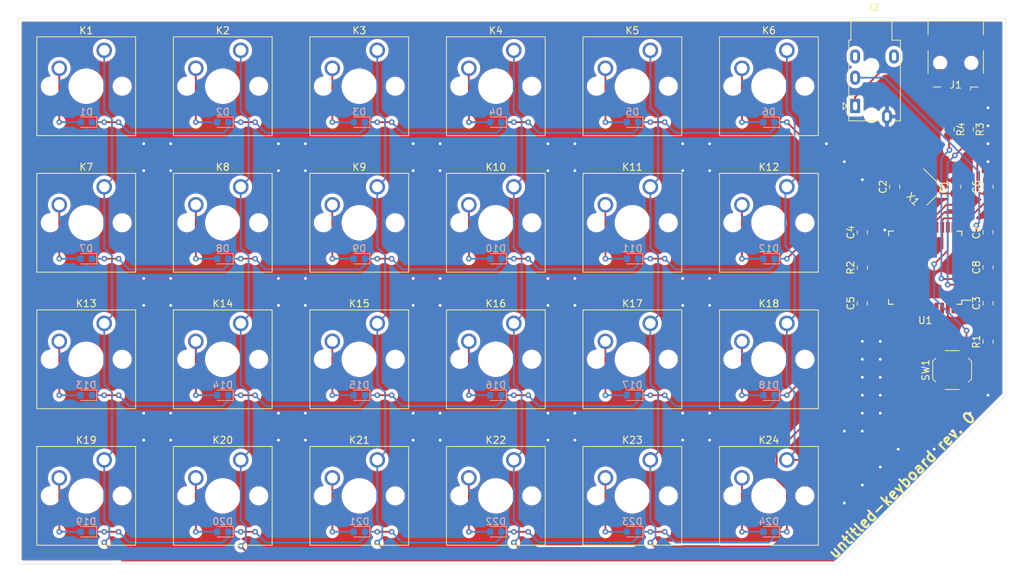
<source format=kicad_pcb>
(kicad_pcb (version 20171130) (host pcbnew "(5.1.5)-3")
  (layers (0 F.Cu signal) (31 B.Cu signal) (34 B.Paste user) (35 F.Paste user) (36 B.SilkS user) (37 F.SilkS user) (38 B.Mask user) (39 F.Mask user) (44 Edge.Cuts user))
  (net 0 "")
  (net 1 GNDREF)
  (net 2 "Net-(C1-Pad1)")
  (net 3 "Net-(C2-Pad1)")
  (net 4 VUSB)
  (net 5 "Net-(C8-Pad1)")
  (net 6 "Net-(D1-Pad2)")
  (net 7 /row1)
  (net 8 "Net-(D2-Pad2)")
  (net 9 /row2)
  (net 10 "Net-(D3-Pad2)")
  (net 11 /row3)
  (net 12 "Net-(D4-Pad2)")
  (net 13 /row4)
  (net 14 "Net-(D5-Pad2)")
  (net 15 "Net-(D6-Pad2)")
  (net 16 "Net-(D7-Pad2)")
  (net 17 "Net-(D8-Pad2)")
  (net 18 "Net-(D9-Pad2)")
  (net 19 "Net-(D10-Pad2)")
  (net 20 "Net-(D11-Pad2)")
  (net 21 "Net-(D12-Pad2)")
  (net 22 "Net-(D13-Pad2)")
  (net 23 "Net-(D14-Pad2)")
  (net 24 "Net-(D15-Pad2)")
  (net 25 "Net-(D16-Pad2)")
  (net 26 "Net-(D17-Pad2)")
  (net 27 "Net-(D18-Pad2)")
  (net 28 "Net-(D19-Pad2)")
  (net 29 "Net-(D20-Pad2)")
  (net 30 "Net-(D21-Pad2)")
  (net 31 "Net-(D22-Pad2)")
  (net 32 "Net-(D23-Pad2)")
  (net 33 "Net-(D24-Pad2)")
  (net 34 "Net-(J1-Pad3)")
  (net 35 "Net-(J1-Pad4)")
  (net 36 "Net-(J1-Pad2)")
  (net 37 "Net-(J2-PadR2)")
  (net 38 /serial)
  (net 39 /col1)
  (net 40 /col2)
  (net 41 /col3)
  (net 42 /col4)
  (net 43 /col5)
  (net 44 /col6)
  (net 45 "Net-(R2-Pad1)")
  (net 46 "Net-(R3-Pad2)")
  (net 47 "Net-(R4-Pad2)")
  (net 48 "Net-(U1-Pad42)")
  (net 49 "Net-(U1-Pad28)")
  (net 50 "Net-(U1-Pad27)")
  (net 51 "Net-(U1-Pad26)")
  (net 52 "Net-(U1-Pad25)")
  (net 53 "Net-(U1-Pad18)")
  (net 54 "Net-(U1-Pad12)")
  (net 55 "Net-(U1-Pad11)")
  (net 56 "Net-(U1-Pad10)")
  (net 57 "Net-(U1-Pad9)")
  (net 58 "Net-(U1-Pad1)")
  (net 59 /reset)
  (net 60 "Net-(U1-Pad32)")
  (net 61 "Net-(U1-Pad31)")
  (net 62 "Net-(U1-Pad30)")
  (net 63 "Net-(U1-Pad29)")
  (module Button_Switch_Keyboard:SW_Cherry_MX_1.00u_PCB (layer F.Cu) (at 133.604 103.124)
    (fp_text reference K22 (at -2.54 -2.794) (layer F.SilkS))
    (fp_text value KEYSW)
    (pad "" np_thru_hole circle (at 2.54 5.08) (size 1.7 1.7) (drill 1.7) (layers *.Cu *.Mask))
    (pad "" np_thru_hole circle (at -7.62 5.08) (size 1.7 1.7) (drill 1.7) (layers *.Cu *.Mask))
    (pad "" np_thru_hole circle (at -2.54 5.08) (size 4 4) (drill 4) (layers *.Cu *.Mask))
    (pad 2 thru_hole circle (at -6.35 2.54) (size 2.2 2.2) (drill 1.5) (layers *.Cu *.Mask) (net 31 "Net-(D22-Pad2)"))
    (pad 1 thru_hole circle (at 0 0) (size 2.2 2.2) (drill 1.5) (layers *.Cu *.Mask) (net 42 /col4))
  )
  (module Button_Switch_SMD:SW_SPST_TL3342 (layer F.Cu) (at 195.58 90.424 90)
    (fp_text reference SW1 (at 0 -3.75 90) (layer F.SilkS))
    (fp_text value SW_PUSH)
    (pad 2 smd rect (at 3.15 1.9 90) (size 1.7 1) (layers F.Cu F.Paste F.Mask) (net 59 /reset))
    (pad 2 smd rect (at -3.15 1.9 90) (size 1.7 1) (layers F.Cu F.Paste F.Mask) (net 59 /reset))
    (pad 1 smd rect (at 3.15 -1.9 90) (size 1.7 1) (layers F.Cu F.Paste F.Mask) (net 1 GNDREF))
    (pad 1 smd rect (at -3.15 -1.9 90) (size 1.7 1) (layers F.Cu F.Paste F.Mask) (net 1 GNDREF))
  )
  (module Resistor_SMD:R_0805_2012Metric (layer F.Cu) (at 200.66 86.4085 90)
    (fp_text reference R1 (at 0 -1.65 270) (layer F.SilkS))
    (fp_text value 10k)
    (pad 2 smd roundrect (at 0.9375 0 90) (size 0.975 1.4) (layers F.Cu F.Paste F.Mask) (net 4 VUSB))
    (pad 1 smd roundrect (at -0.9375 0 90) (size 0.975 1.4) (layers F.Cu F.Paste F.Mask) (net 59 /reset))
  )
  (module Capacitor_SMD:C_0805_2012Metric (layer F.Cu) (at 200.66 64.516 90)
    (fp_text reference C6 (at 0 -1.65 270) (layer F.SilkS))
    (fp_text value 0.1uF)
    (pad 2 smd roundrect (at 0.9375 0 90) (size 0.975 1.4) (layers F.Cu F.Paste F.Mask) (net 1 GNDREF))
    (pad 1 smd roundrect (at -0.9375 0 90) (size 0.975 1.4) (layers F.Cu F.Paste F.Mask) (net 4 VUSB))
  )
  (module Capacitor_SMD:C_0805_2012Metric (layer F.Cu) (at 200.66 80.9625 90)
    (fp_text reference C3 (at 0 -1.65 270) (layer F.SilkS))
    (fp_text value 4.7pF)
    (pad 2 smd roundrect (at 0.9375 0 90) (size 0.975 1.4) (layers F.Cu F.Paste F.Mask) (net 1 GNDREF))
    (pad 1 smd roundrect (at -0.9375 0 90) (size 0.975 1.4) (layers F.Cu F.Paste F.Mask) (net 4 VUSB))
  )
  (module Capacitor_SMD:C_0805_2012Metric (layer F.Cu) (at 200.66 70.9445 90)
    (fp_text reference C7 (at 0 -1.65 270) (layer F.SilkS))
    (fp_text value 0.1uF)
    (pad 2 smd roundrect (at 0.9375 0 90) (size 0.975 1.4) (layers F.Cu F.Paste F.Mask) (net 1 GNDREF))
    (pad 1 smd roundrect (at -0.9375 0 90) (size 0.975 1.4) (layers F.Cu F.Paste F.Mask) (net 4 VUSB))
  )
  (module Package_QFP:TQFP-44_10x10mm_P0.8mm (layer F.Cu) (at 191.77 75.946 180)
    (fp_text reference U1 (at 0 -7.45) (layer F.SilkS))
    (fp_text value ATMEGA32U4)
    (pad 44 smd rect (at -4 -5.7 270) (size 1.5 0.55) (layers F.Cu F.Paste F.Mask) (net 4 VUSB))
    (pad 43 smd rect (at -3.2 -5.7 270) (size 1.5 0.55) (layers F.Cu F.Paste F.Mask) (net 1 GNDREF))
    (pad 42 smd rect (at -2.4 -5.7 270) (size 1.5 0.55) (layers F.Cu F.Paste F.Mask) (net 48 "Net-(U1-Pad42)"))
    (pad 41 smd rect (at -1.6 -5.7 270) (size 1.5 0.55) (layers F.Cu F.Paste F.Mask) (net 39 /col1))
    (pad 40 smd rect (at -0.8 -5.7 270) (size 1.5 0.55) (layers F.Cu F.Paste F.Mask) (net 40 /col2))
    (pad 39 smd rect (at 0 -5.7 270) (size 1.5 0.55) (layers F.Cu F.Paste F.Mask) (net 41 /col3))
    (pad 38 smd rect (at 0.8 -5.7 270) (size 1.5 0.55) (layers F.Cu F.Paste F.Mask) (net 42 /col4))
    (pad 37 smd rect (at 1.6 -5.7 270) (size 1.5 0.55) (layers F.Cu F.Paste F.Mask) (net 43 /col5))
    (pad 36 smd rect (at 2.4 -5.7 270) (size 1.5 0.55) (layers F.Cu F.Paste F.Mask) (net 44 /col6))
    (pad 35 smd rect (at 3.2 -5.7 270) (size 1.5 0.55) (layers F.Cu F.Paste F.Mask) (net 1 GNDREF))
    (pad 34 smd rect (at 4 -5.7 270) (size 1.5 0.55) (layers F.Cu F.Paste F.Mask) (net 4 VUSB))
    (pad 33 smd rect (at 5.7 -4 180) (size 1.5 0.55) (layers F.Cu F.Paste F.Mask) (net 45 "Net-(R2-Pad1)"))
    (pad 32 smd rect (at 5.7 -3.2 180) (size 1.5 0.55) (layers F.Cu F.Paste F.Mask) (net 60 "Net-(U1-Pad32)"))
    (pad 31 smd rect (at 5.7 -2.4 180) (size 1.5 0.55) (layers F.Cu F.Paste F.Mask) (net 61 "Net-(U1-Pad31)"))
    (pad 30 smd rect (at 5.7 -1.6 180) (size 1.5 0.55) (layers F.Cu F.Paste F.Mask) (net 62 "Net-(U1-Pad30)"))
    (pad 29 smd rect (at 5.7 -0.8 180) (size 1.5 0.55) (layers F.Cu F.Paste F.Mask) (net 63 "Net-(U1-Pad29)"))
    (pad 28 smd rect (at 5.7 0 180) (size 1.5 0.55) (layers F.Cu F.Paste F.Mask) (net 49 "Net-(U1-Pad28)"))
    (pad 27 smd rect (at 5.7 0.8 180) (size 1.5 0.55) (layers F.Cu F.Paste F.Mask) (net 50 "Net-(U1-Pad27)"))
    (pad 26 smd rect (at 5.7 1.6 180) (size 1.5 0.55) (layers F.Cu F.Paste F.Mask) (net 51 "Net-(U1-Pad26)"))
    (pad 25 smd rect (at 5.7 2.4 180) (size 1.5 0.55) (layers F.Cu F.Paste F.Mask) (net 52 "Net-(U1-Pad25)"))
    (pad 24 smd rect (at 5.7 3.2 180) (size 1.5 0.55) (layers F.Cu F.Paste F.Mask) (net 4 VUSB))
    (pad 23 smd rect (at 5.7 4 180) (size 1.5 0.55) (layers F.Cu F.Paste F.Mask) (net 1 GNDREF))
    (pad 22 smd rect (at 4 5.7 270) (size 1.5 0.55) (layers F.Cu F.Paste F.Mask) (net 13 /row4))
    (pad 21 smd rect (at 3.2 5.7 270) (size 1.5 0.55) (layers F.Cu F.Paste F.Mask) (net 11 /row3))
    (pad 20 smd rect (at 2.4 5.7 270) (size 1.5 0.55) (layers F.Cu F.Paste F.Mask) (net 9 /row2))
    (pad 19 smd rect (at 1.6 5.7 270) (size 1.5 0.55) (layers F.Cu F.Paste F.Mask) (net 7 /row1))
    (pad 18 smd rect (at 0.8 5.7 270) (size 1.5 0.55) (layers F.Cu F.Paste F.Mask) (net 53 "Net-(U1-Pad18)"))
    (pad 17 smd rect (at 0 5.7 270) (size 1.5 0.55) (layers F.Cu F.Paste F.Mask) (net 3 "Net-(C2-Pad1)"))
    (pad 16 smd rect (at -0.8 5.7 270) (size 1.5 0.55) (layers F.Cu F.Paste F.Mask) (net 2 "Net-(C1-Pad1)"))
    (pad 15 smd rect (at -1.6 5.7 270) (size 1.5 0.55) (layers F.Cu F.Paste F.Mask) (net 1 GNDREF))
    (pad 14 smd rect (at -2.4 5.7 270) (size 1.5 0.55) (layers F.Cu F.Paste F.Mask) (net 4 VUSB))
    (pad 13 smd rect (at -3.2 5.7 270) (size 1.5 0.55) (layers F.Cu F.Paste F.Mask) (net 59 /reset))
    (pad 12 smd rect (at -4 5.7 270) (size 1.5 0.55) (layers F.Cu F.Paste F.Mask) (net 54 "Net-(U1-Pad12)"))
    (pad 11 smd rect (at -5.7 4 180) (size 1.5 0.55) (layers F.Cu F.Paste F.Mask) (net 55 "Net-(U1-Pad11)"))
    (pad 10 smd rect (at -5.7 3.2 180) (size 1.5 0.55) (layers F.Cu F.Paste F.Mask) (net 56 "Net-(U1-Pad10)"))
    (pad 9 smd rect (at -5.7 2.4 180) (size 1.5 0.55) (layers F.Cu F.Paste F.Mask) (net 57 "Net-(U1-Pad9)"))
    (pad 8 smd rect (at -5.7 1.6 180) (size 1.5 0.55) (layers F.Cu F.Paste F.Mask) (net 38 /serial))
    (pad 7 smd rect (at -5.7 0.8 180) (size 1.5 0.55) (layers F.Cu F.Paste F.Mask) (net 4 VUSB))
    (pad 6 smd rect (at -5.7 0 180) (size 1.5 0.55) (layers F.Cu F.Paste F.Mask) (net 5 "Net-(C8-Pad1)"))
    (pad 5 smd rect (at -5.7 -0.8 180) (size 1.5 0.55) (layers F.Cu F.Paste F.Mask) (net 1 GNDREF))
    (pad 4 smd rect (at -5.7 -1.6 180) (size 1.5 0.55) (layers F.Cu F.Paste F.Mask) (net 47 "Net-(R4-Pad2)"))
    (pad 3 smd rect (at -5.7 -2.4 180) (size 1.5 0.55) (layers F.Cu F.Paste F.Mask) (net 46 "Net-(R3-Pad2)"))
    (pad 2 smd rect (at -5.7 -3.2 180) (size 1.5 0.55) (layers F.Cu F.Paste F.Mask) (net 4 VUSB))
    (pad 1 smd rect (at -5.7 -4 180) (size 1.5 0.55) (layers F.Cu F.Paste F.Mask) (net 58 "Net-(U1-Pad1)"))
  )
  (module Capacitor_SMD:C_0805_2012Metric (layer F.Cu) (at 200.66 75.8975 90)
    (fp_text reference C8 (at 0 -1.65 270) (layer F.SilkS))
    (fp_text value 1uF)
    (pad 2 smd roundrect (at 0.9375 0 90) (size 0.975 1.4) (layers F.Cu F.Paste F.Mask) (net 1 GNDREF))
    (pad 1 smd roundrect (at -0.9375 0 90) (size 0.975 1.4) (layers F.Cu F.Paste F.Mask) (net 5 "Net-(C8-Pad1)"))
  )
  (module Capacitor_SMD:C_0805_2012Metric (layer F.Cu) (at 187.452 64.516 90)
    (fp_text reference C2 (at 0 -1.65 270) (layer F.SilkS))
    (fp_text value 22pF)
    (pad 2 smd roundrect (at 0.9375 0 90) (size 0.975 1.4) (layers F.Cu F.Paste F.Mask) (net 1 GNDREF))
    (pad 1 smd roundrect (at -0.9375 0 90) (size 0.975 1.4) (layers F.Cu F.Paste F.Mask) (net 3 "Net-(C2-Pad1)"))
  )
  (module Capacitor_SMD:C_0805_2012Metric (layer F.Cu) (at 196.088 64.516 90)
    (fp_text reference C1 (at 0 -1.65 270) (layer F.SilkS))
    (fp_text value 22pF)
    (pad 2 smd roundrect (at 0.9375 0 90) (size 0.975 1.4) (layers F.Cu F.Paste F.Mask) (net 1 GNDREF))
    (pad 1 smd roundrect (at -0.9375 0 90) (size 0.975 1.4) (layers F.Cu F.Paste F.Mask) (net 2 "Net-(C1-Pad1)"))
  )
  (module Connector_USB:USB_Mini-B_Lumberg_2486_01_Horizontal (layer F.Cu) (at 196.088 46.99 180)
    (fp_text reference J1 (at 0 -3.1125) (layer F.SilkS))
    (fp_text value USB_mini_B)
    (pad "" np_thru_hole circle (at 2.2 0 180) (size 1 1) (drill 1) (layers *.Cu *.Mask))
    (pad "" np_thru_hole circle (at -2.2 0 180) (size 1 1) (drill 1) (layers *.Cu *.Mask))
    (pad 6 smd rect (at 4.45 2.85 180) (size 2 1.7) (layers F.Cu F.Paste F.Mask) (net 1 GNDREF))
    (pad 6 smd rect (at 4.45 -2.6 180) (size 2 1.7) (layers F.Cu F.Paste F.Mask) (net 1 GNDREF))
    (pad 6 smd rect (at -4.45 2.85 180) (size 2 1.7) (layers F.Cu F.Paste F.Mask) (net 1 GNDREF))
    (pad 6 smd rect (at -4.45 -2.6 180) (size 2 1.7) (layers F.Cu F.Paste F.Mask) (net 1 GNDREF))
    (pad 5 smd rect (at 1.6 -2.7 180) (size 0.5 2) (layers F.Cu F.Paste F.Mask) (net 1 GNDREF))
    (pad 4 smd rect (at 0.8 -2.7 180) (size 0.5 2) (layers F.Cu F.Paste F.Mask) (net 35 "Net-(J1-Pad4)"))
    (pad 3 smd rect (at 0 -2.7 180) (size 0.5 2) (layers F.Cu F.Paste F.Mask) (net 34 "Net-(J1-Pad3)"))
    (pad 2 smd rect (at -0.8 -2.7 180) (size 0.5 2) (layers F.Cu F.Paste F.Mask) (net 36 "Net-(J1-Pad2)"))
    (pad 1 smd rect (at -1.6 -2.7 180) (size 0.5 2) (layers F.Cu F.Paste F.Mask) (net 4 VUSB))
  )
  (module Resistor_SMD:R_0805_2012Metric (layer F.Cu) (at 195.138 56.388 270)
    (fp_text reference R4 (at 0 -1.65 270) (layer F.SilkS))
    (fp_text value 22)
    (pad 2 smd roundrect (at 0.9375 0 270) (size 0.975 1.4) (layers F.Cu F.Paste F.Mask) (net 47 "Net-(R4-Pad2)"))
    (pad 1 smd roundrect (at -0.9375 0 270) (size 0.975 1.4) (layers F.Cu F.Paste F.Mask) (net 34 "Net-(J1-Pad3)"))
  )
  (module Resistor_SMD:R_0805_2012Metric (layer F.Cu) (at 197.866 56.388 270)
    (fp_text reference R3 (at 0 -1.65 270) (layer F.SilkS))
    (fp_text value 22)
    (pad 2 smd roundrect (at 0.9375 0 270) (size 0.975 1.4) (layers F.Cu F.Paste F.Mask) (net 46 "Net-(R3-Pad2)"))
    (pad 1 smd roundrect (at -0.9375 0 270) (size 0.975 1.4) (layers F.Cu F.Paste F.Mask) (net 36 "Net-(J1-Pad2)"))
  )
  (module Resistor_SMD:R_0805_2012Metric (layer F.Cu) (at 182.88 75.946 90)
    (fp_text reference R2 (at 0 -1.65 270) (layer F.SilkS))
    (fp_text value 10k)
    (pad 2 smd roundrect (at 0.9375 0 90) (size 0.975 1.4) (layers F.Cu F.Paste F.Mask) (net 1 GNDREF))
    (pad 1 smd roundrect (at -0.9375 0 90) (size 0.975 1.4) (layers F.Cu F.Paste F.Mask) (net 45 "Net-(R2-Pad1)"))
  )
  (module Connector_Audio:Jack_3.5mm_PJ320E_Horizontal (layer F.Cu) (at 181.864 53.086)
    (fp_text reference J2 (at 2.54 -13.97) (layer F.SilkS))
    (fp_text value AudioJack4)
    (pad "" np_thru_hole circle (at 2.3 1.3 270) (size 1.2 1.2) (drill 1.2) (layers *.Cu *.Mask))
    (pad "" np_thru_hole circle (at 2.3 -5.7 270) (size 1.2 1.2) (drill 1.2) (layers *.Cu *.Mask))
    (pad R2 thru_hole oval (at 0 -7 270) (size 2 1.4) (drill oval 1.2 0.6) (layers *.Cu *.Mask) (net 37 "Net-(J2-PadR2)"))
    (pad R1 thru_hole oval (at 0 -4 270) (size 2 1.4) (drill oval 1.2 0.6) (layers *.Cu *.Mask) (net 38 /serial))
    (pad T thru_hole rect (at 0 0 270) (size 2 1.4) (drill oval 1.2 0.6) (layers *.Cu *.Mask) (net 4 VUSB))
    (pad S thru_hole oval (at 4.5 1.5 270) (size 2 1.4) (drill oval 1.2 0.6) (layers *.Cu *.Mask) (net 1 GNDREF))
    (pad "" thru_hole oval (at 5.5 -7 270) (size 2 1.4) (drill oval 1.2 0.6) (layers *.Cu *.Mask))
  )
  (module Capacitor_SMD:C_0805_2012Metric (layer F.Cu) (at 182.88 80.9775 90)
    (fp_text reference C5 (at 0 -1.65 270) (layer F.SilkS))
    (fp_text value 0.1uF)
    (pad 1 smd roundrect (at -0.9375 0 90) (size 0.975 1.4) (layers F.Cu F.Paste F.Mask) (net 4 VUSB))
    (pad 2 smd roundrect (at 0.9375 0 90) (size 0.975 1.4) (layers F.Cu F.Paste F.Mask) (net 1 GNDREF))
  )
  (module Capacitor_SMD:C_0805_2012Metric (layer F.Cu) (at 182.88 70.9445 90)
    (fp_text reference C4 (at 0 -1.65 270) (layer F.SilkS))
    (fp_text value 0.1uF)
    (pad 2 smd roundrect (at 0.9375 0 90) (size 0.975 1.4) (layers F.Cu F.Paste F.Mask) (net 1 GNDREF))
    (pad 1 smd roundrect (at -0.9375 0 90) (size 0.975 1.4) (layers F.Cu F.Paste F.Mask) (net 4 VUSB))
  )
  (module Crystal:Crystal_SMD_TXC_7M-4Pin_3.2x2.5mm (layer F.Cu) (at 191.77 64.516 135)
    (fp_text reference X1 (at 0 -2.450001 315) (layer F.SilkS))
    (fp_text value XTAL_GND)
    (pad 1 smd rect (at -1.1 0.85 135) (size 1.4 1.2) (layers F.Cu F.Paste F.Mask) (net 2 "Net-(C1-Pad1)"))
    (pad 2 smd rect (at 1.1 0.85 135) (size 1.4 1.2) (layers F.Cu F.Paste F.Mask) (net 1 GNDREF))
    (pad 3 smd rect (at 1.1 -0.85 135) (size 1.4 1.2) (layers F.Cu F.Paste F.Mask) (net 3 "Net-(C2-Pad1)"))
    (pad 4 smd rect (at -1.1 -0.85 135) (size 1.4 1.2) (layers F.Cu F.Paste F.Mask) (net 1 GNDREF))
  )
  (module Diode_SMD:D_0603_1608Metric (layer B.Cu) (at 73.152 55.372 180)
    (fp_text reference D1 (at 0 1.43) (layer B.SilkS) (effects (justify mirror)))
    (fp_text value D)
    (pad 2 smd roundrect (at 0.7875 0 180) (size 0.875 0.95) (layers B.Cu B.Paste B.Mask) (net 6 "Net-(D1-Pad2)"))
    (pad 1 smd roundrect (at -0.7875 0 180) (size 0.875 0.95) (layers B.Cu B.Paste B.Mask) (net 7 /row1))
  )
  (module Diode_SMD:D_0603_1608Metric (layer B.Cu) (at 92.456 55.372 180)
    (fp_text reference D2 (at 0 1.43) (layer B.SilkS) (effects (justify mirror)))
    (fp_text value D)
    (pad 2 smd roundrect (at 0.7875 0 180) (size 0.875 0.95) (layers B.Cu B.Paste B.Mask) (net 8 "Net-(D2-Pad2)"))
    (pad 1 smd roundrect (at -0.7875 0 180) (size 0.875 0.95) (layers B.Cu B.Paste B.Mask) (net 7 /row1))
  )
  (module Diode_SMD:D_0603_1608Metric (layer B.Cu) (at 111.76 55.372 180)
    (fp_text reference D3 (at 0 1.43) (layer B.SilkS) (effects (justify mirror)))
    (fp_text value D)
    (pad 2 smd roundrect (at 0.7875 0 180) (size 0.875 0.95) (layers B.Cu B.Paste B.Mask) (net 10 "Net-(D3-Pad2)"))
    (pad 1 smd roundrect (at -0.7875 0 180) (size 0.875 0.95) (layers B.Cu B.Paste B.Mask) (net 7 /row1))
  )
  (module Diode_SMD:D_0603_1608Metric (layer B.Cu) (at 131.064 55.372 180)
    (fp_text reference D4 (at 0 1.43) (layer B.SilkS) (effects (justify mirror)))
    (fp_text value D)
    (pad 2 smd roundrect (at 0.7875 0 180) (size 0.875 0.95) (layers B.Cu B.Paste B.Mask) (net 12 "Net-(D4-Pad2)"))
    (pad 1 smd roundrect (at -0.7875 0 180) (size 0.875 0.95) (layers B.Cu B.Paste B.Mask) (net 7 /row1))
  )
  (module Diode_SMD:D_0603_1608Metric (layer B.Cu) (at 150.368 55.372 180)
    (fp_text reference D5 (at 0 1.43) (layer B.SilkS) (effects (justify mirror)))
    (fp_text value D)
    (pad 1 smd roundrect (at -0.7875 0 180) (size 0.875 0.95) (layers B.Cu B.Paste B.Mask) (net 7 /row1))
    (pad 2 smd roundrect (at 0.7875 0 180) (size 0.875 0.95) (layers B.Cu B.Paste B.Mask) (net 14 "Net-(D5-Pad2)"))
  )
  (module Diode_SMD:D_0603_1608Metric (layer B.Cu) (at 169.672 55.372 180)
    (fp_text reference D6 (at 0 1.43 180) (layer B.SilkS) (effects (justify mirror)))
    (fp_text value D)
    (pad 1 smd roundrect (at -0.7875 0 180) (size 0.875 0.95) (layers B.Cu B.Paste B.Mask) (net 7 /row1))
    (pad 2 smd roundrect (at 0.7875 0 180) (size 0.875 0.95) (layers B.Cu B.Paste B.Mask) (net 15 "Net-(D6-Pad2)"))
  )
  (module Diode_SMD:D_0603_1608Metric (layer B.Cu) (at 73.152 74.676 180)
    (fp_text reference D7 (at 0 1.43 180) (layer B.SilkS) (effects (justify mirror)))
    (fp_text value D)
    (pad 1 smd roundrect (at -0.7875 0 180) (size 0.875 0.95) (layers B.Cu B.Paste B.Mask) (net 9 /row2))
    (pad 2 smd roundrect (at 0.7875 0 180) (size 0.875 0.95) (layers B.Cu B.Paste B.Mask) (net 16 "Net-(D7-Pad2)"))
  )
  (module Diode_SMD:D_0603_1608Metric (layer B.Cu) (at 92.456 74.676 180)
    (fp_text reference D8 (at 0 1.43) (layer B.SilkS) (effects (justify mirror)))
    (fp_text value D)
    (pad 2 smd roundrect (at 0.7875 0 180) (size 0.875 0.95) (layers B.Cu B.Paste B.Mask) (net 17 "Net-(D8-Pad2)"))
    (pad 1 smd roundrect (at -0.7875 0 180) (size 0.875 0.95) (layers B.Cu B.Paste B.Mask) (net 9 /row2))
  )
  (module Diode_SMD:D_0603_1608Metric (layer B.Cu) (at 111.76 74.676 180)
    (fp_text reference D9 (at 0 1.43) (layer B.SilkS) (effects (justify mirror)))
    (fp_text value D)
    (pad 2 smd roundrect (at 0.7875 0 180) (size 0.875 0.95) (layers B.Cu B.Paste B.Mask) (net 18 "Net-(D9-Pad2)"))
    (pad 1 smd roundrect (at -0.7875 0 180) (size 0.875 0.95) (layers B.Cu B.Paste B.Mask) (net 9 /row2))
  )
  (module Diode_SMD:D_0603_1608Metric (layer B.Cu) (at 131.064 74.676 180)
    (fp_text reference D10 (at 0 1.43) (layer B.SilkS) (effects (justify mirror)))
    (fp_text value D)
    (pad 2 smd roundrect (at 0.7875 0 180) (size 0.875 0.95) (layers B.Cu B.Paste B.Mask) (net 19 "Net-(D10-Pad2)"))
    (pad 1 smd roundrect (at -0.7875 0 180) (size 0.875 0.95) (layers B.Cu B.Paste B.Mask) (net 9 /row2))
  )
  (module Diode_SMD:D_0603_1608Metric (layer B.Cu) (at 150.368 74.676 180)
    (fp_text reference D11 (at 0 1.43) (layer B.SilkS) (effects (justify mirror)))
    (fp_text value D)
    (pad 1 smd roundrect (at -0.7875 0 180) (size 0.875 0.95) (layers B.Cu B.Paste B.Mask) (net 9 /row2))
    (pad 2 smd roundrect (at 0.7875 0 180) (size 0.875 0.95) (layers B.Cu B.Paste B.Mask) (net 20 "Net-(D11-Pad2)"))
  )
  (module Diode_SMD:D_0603_1608Metric (layer B.Cu) (at 169.672 74.676 180)
    (fp_text reference D12 (at 0 1.43) (layer B.SilkS) (effects (justify mirror)))
    (fp_text value D)
    (pad 1 smd roundrect (at -0.7875 0 180) (size 0.875 0.95) (layers B.Cu B.Paste B.Mask) (net 9 /row2))
    (pad 2 smd roundrect (at 0.7875 0 180) (size 0.875 0.95) (layers B.Cu B.Paste B.Mask) (net 21 "Net-(D12-Pad2)"))
  )
  (module Diode_SMD:D_0603_1608Metric (layer B.Cu) (at 73.152 93.98 180)
    (fp_text reference D13 (at 0 1.43) (layer B.SilkS) (effects (justify mirror)))
    (fp_text value D)
    (pad 1 smd roundrect (at -0.7875 0 180) (size 0.875 0.95) (layers B.Cu B.Paste B.Mask) (net 11 /row3))
    (pad 2 smd roundrect (at 0.7875 0 180) (size 0.875 0.95) (layers B.Cu B.Paste B.Mask) (net 22 "Net-(D13-Pad2)"))
  )
  (module Diode_SMD:D_0603_1608Metric (layer B.Cu) (at 92.456 93.98 180)
    (fp_text reference D14 (at 0 1.43) (layer B.SilkS) (effects (justify mirror)))
    (fp_text value D)
    (pad 1 smd roundrect (at -0.7875 0 180) (size 0.875 0.95) (layers B.Cu B.Paste B.Mask) (net 11 /row3))
    (pad 2 smd roundrect (at 0.7875 0 180) (size 0.875 0.95) (layers B.Cu B.Paste B.Mask) (net 23 "Net-(D14-Pad2)"))
  )
  (module Diode_SMD:D_0603_1608Metric (layer B.Cu) (at 111.76 93.98 180)
    (fp_text reference D15 (at 0 1.43 180) (layer B.SilkS) (effects (justify mirror)))
    (fp_text value D)
    (pad 1 smd roundrect (at -0.7875 0 180) (size 0.875 0.95) (layers B.Cu B.Paste B.Mask) (net 11 /row3))
    (pad 2 smd roundrect (at 0.7875 0 180) (size 0.875 0.95) (layers B.Cu B.Paste B.Mask) (net 24 "Net-(D15-Pad2)"))
  )
  (module Diode_SMD:D_0603_1608Metric (layer B.Cu) (at 131.064 93.98 180)
    (fp_text reference D16 (at 0 1.43) (layer B.SilkS) (effects (justify mirror)))
    (fp_text value D)
    (pad 1 smd roundrect (at -0.7875 0 180) (size 0.875 0.95) (layers B.Cu B.Paste B.Mask) (net 11 /row3))
    (pad 2 smd roundrect (at 0.7875 0 180) (size 0.875 0.95) (layers B.Cu B.Paste B.Mask) (net 25 "Net-(D16-Pad2)"))
  )
  (module Diode_SMD:D_0603_1608Metric (layer B.Cu) (at 150.368 93.98 180)
    (fp_text reference D17 (at 0 1.43) (layer B.SilkS) (effects (justify mirror)))
    (fp_text value D)
    (pad 1 smd roundrect (at -0.7875 0 180) (size 0.875 0.95) (layers B.Cu B.Paste B.Mask) (net 11 /row3))
    (pad 2 smd roundrect (at 0.7875 0 180) (size 0.875 0.95) (layers B.Cu B.Paste B.Mask) (net 26 "Net-(D17-Pad2)"))
  )
  (module Diode_SMD:D_0603_1608Metric (layer B.Cu) (at 169.672 93.98 180)
    (fp_text reference D18 (at 0 1.43) (layer B.SilkS) (effects (justify mirror)))
    (fp_text value D)
    (pad 1 smd roundrect (at -0.7875 0 180) (size 0.875 0.95) (layers B.Cu B.Paste B.Mask) (net 11 /row3))
    (pad 2 smd roundrect (at 0.7875 0 180) (size 0.875 0.95) (layers B.Cu B.Paste B.Mask) (net 27 "Net-(D18-Pad2)"))
  )
  (module Diode_SMD:D_0603_1608Metric (layer B.Cu) (at 73.152 113.284 180)
    (fp_text reference D19 (at 0 1.43) (layer B.SilkS) (effects (justify mirror)))
    (fp_text value D)
    (pad 1 smd roundrect (at -0.7875 0 180) (size 0.875 0.95) (layers B.Cu B.Paste B.Mask) (net 13 /row4))
    (pad 2 smd roundrect (at 0.7875 0 180) (size 0.875 0.95) (layers B.Cu B.Paste B.Mask) (net 28 "Net-(D19-Pad2)"))
  )
  (module Diode_SMD:D_0603_1608Metric (layer B.Cu) (at 92.456 113.284 180)
    (fp_text reference D20 (at 0 1.43) (layer B.SilkS) (effects (justify mirror)))
    (fp_text value D)
    (pad 2 smd roundrect (at 0.7875 0 180) (size 0.875 0.95) (layers B.Cu B.Paste B.Mask) (net 29 "Net-(D20-Pad2)"))
    (pad 1 smd roundrect (at -0.7875 0 180) (size 0.875 0.95) (layers B.Cu B.Paste B.Mask) (net 13 /row4))
  )
  (module Diode_SMD:D_0603_1608Metric (layer B.Cu) (at 111.76 113.284 180)
    (fp_text reference D21 (at 0 1.43) (layer B.SilkS) (effects (justify mirror)))
    (fp_text value D)
    (pad 2 smd roundrect (at 0.7875 0 180) (size 0.875 0.95) (layers B.Cu B.Paste B.Mask) (net 30 "Net-(D21-Pad2)"))
    (pad 1 smd roundrect (at -0.7875 0 180) (size 0.875 0.95) (layers B.Cu B.Paste B.Mask) (net 13 /row4))
  )
  (module Diode_SMD:D_0603_1608Metric (layer B.Cu) (at 131.064 113.284 180)
    (fp_text reference D22 (at 0 1.43) (layer B.SilkS) (effects (justify mirror)))
    (fp_text value D)
    (pad 2 smd roundrect (at 0.7875 0 180) (size 0.875 0.95) (layers B.Cu B.Paste B.Mask) (net 31 "Net-(D22-Pad2)"))
    (pad 1 smd roundrect (at -0.7875 0 180) (size 0.875 0.95) (layers B.Cu B.Paste B.Mask) (net 13 /row4))
  )
  (module Diode_SMD:D_0603_1608Metric (layer B.Cu) (at 150.368 113.284 180)
    (fp_text reference D23 (at 0 1.43) (layer B.SilkS) (effects (justify mirror)))
    (fp_text value D)
    (pad 2 smd roundrect (at 0.7875 0 180) (size 0.875 0.95) (layers B.Cu B.Paste B.Mask) (net 32 "Net-(D23-Pad2)"))
    (pad 1 smd roundrect (at -0.7875 0 180) (size 0.875 0.95) (layers B.Cu B.Paste B.Mask) (net 13 /row4))
  )
  (module Diode_SMD:D_0603_1608Metric (layer B.Cu) (at 169.672 113.284 180)
    (fp_text reference D24 (at 0 1.43) (layer B.SilkS) (effects (justify mirror)))
    (fp_text value D)
    (pad 2 smd roundrect (at 0.7875 0 180) (size 0.875 0.95) (layers B.Cu B.Paste B.Mask) (net 33 "Net-(D24-Pad2)"))
    (pad 1 smd roundrect (at -0.7875 0 180) (size 0.875 0.95) (layers B.Cu B.Paste B.Mask) (net 13 /row4))
  )
  (module Button_Switch_Keyboard:SW_Cherry_MX_1.00u_PCB (layer F.Cu) (at 75.692 45.212)
    (fp_text reference K1 (at -2.54 -2.794) (layer F.SilkS))
    (fp_text value KEYSW)
    (pad 1 thru_hole circle (at 0 0) (size 2.2 2.2) (drill 1.5) (layers *.Cu *.Mask) (net 39 /col1))
    (pad 2 thru_hole circle (at -6.35 2.54) (size 2.2 2.2) (drill 1.5) (layers *.Cu *.Mask) (net 6 "Net-(D1-Pad2)"))
    (pad "" np_thru_hole circle (at -2.54 5.08) (size 4 4) (drill 4) (layers *.Cu *.Mask))
    (pad "" np_thru_hole circle (at -7.62 5.08) (size 1.7 1.7) (drill 1.7) (layers *.Cu *.Mask))
    (pad "" np_thru_hole circle (at 2.54 5.08) (size 1.7 1.7) (drill 1.7) (layers *.Cu *.Mask))
  )
  (module Button_Switch_Keyboard:SW_Cherry_MX_1.00u_PCB (layer F.Cu) (at 94.996 45.212)
    (fp_text reference K2 (at -2.54 -2.794) (layer F.SilkS))
    (fp_text value KEYSW)
    (pad 1 thru_hole circle (at 0 0) (size 2.2 2.2) (drill 1.5) (layers *.Cu *.Mask) (net 40 /col2))
    (pad 2 thru_hole circle (at -6.35 2.54) (size 2.2 2.2) (drill 1.5) (layers *.Cu *.Mask) (net 8 "Net-(D2-Pad2)"))
    (pad "" np_thru_hole circle (at -2.54 5.08) (size 4 4) (drill 4) (layers *.Cu *.Mask))
    (pad "" np_thru_hole circle (at -7.62 5.08) (size 1.7 1.7) (drill 1.7) (layers *.Cu *.Mask))
    (pad "" np_thru_hole circle (at 2.54 5.08) (size 1.7 1.7) (drill 1.7) (layers *.Cu *.Mask))
  )
  (module Button_Switch_Keyboard:SW_Cherry_MX_1.00u_PCB (layer F.Cu) (at 114.3 45.212)
    (fp_text reference K3 (at -2.54 -2.794) (layer F.SilkS))
    (fp_text value KEYSW)
    (pad 1 thru_hole circle (at 0 0) (size 2.2 2.2) (drill 1.5) (layers *.Cu *.Mask) (net 41 /col3))
    (pad 2 thru_hole circle (at -6.35 2.54) (size 2.2 2.2) (drill 1.5) (layers *.Cu *.Mask) (net 10 "Net-(D3-Pad2)"))
    (pad "" np_thru_hole circle (at -2.54 5.08) (size 4 4) (drill 4) (layers *.Cu *.Mask))
    (pad "" np_thru_hole circle (at -7.62 5.08) (size 1.7 1.7) (drill 1.7) (layers *.Cu *.Mask))
    (pad "" np_thru_hole circle (at 2.54 5.08) (size 1.7 1.7) (drill 1.7) (layers *.Cu *.Mask))
  )
  (module Button_Switch_Keyboard:SW_Cherry_MX_1.00u_PCB (layer F.Cu) (at 133.604 45.212)
    (fp_text reference K4 (at -2.54 -2.794) (layer F.SilkS))
    (fp_text value KEYSW)
    (pad 1 thru_hole circle (at 0 0) (size 2.2 2.2) (drill 1.5) (layers *.Cu *.Mask) (net 42 /col4))
    (pad 2 thru_hole circle (at -6.35 2.54) (size 2.2 2.2) (drill 1.5) (layers *.Cu *.Mask) (net 12 "Net-(D4-Pad2)"))
    (pad "" np_thru_hole circle (at -2.54 5.08) (size 4 4) (drill 4) (layers *.Cu *.Mask))
    (pad "" np_thru_hole circle (at -7.62 5.08) (size 1.7 1.7) (drill 1.7) (layers *.Cu *.Mask))
    (pad "" np_thru_hole circle (at 2.54 5.08) (size 1.7 1.7) (drill 1.7) (layers *.Cu *.Mask))
  )
  (module Button_Switch_Keyboard:SW_Cherry_MX_1.00u_PCB (layer F.Cu) (at 152.908 45.212)
    (fp_text reference K5 (at -2.54 -2.794) (layer F.SilkS))
    (fp_text value KEYSW)
    (pad "" np_thru_hole circle (at 2.54 5.08) (size 1.7 1.7) (drill 1.7) (layers *.Cu *.Mask))
    (pad "" np_thru_hole circle (at -7.62 5.08) (size 1.7 1.7) (drill 1.7) (layers *.Cu *.Mask))
    (pad "" np_thru_hole circle (at -2.54 5.08) (size 4 4) (drill 4) (layers *.Cu *.Mask))
    (pad 2 thru_hole circle (at -6.35 2.54) (size 2.2 2.2) (drill 1.5) (layers *.Cu *.Mask) (net 14 "Net-(D5-Pad2)"))
    (pad 1 thru_hole circle (at 0 0) (size 2.2 2.2) (drill 1.5) (layers *.Cu *.Mask) (net 43 /col5))
  )
  (module Button_Switch_Keyboard:SW_Cherry_MX_1.00u_PCB (layer F.Cu) (at 172.212 45.212)
    (fp_text reference K6 (at -2.54 -2.794) (layer F.SilkS))
    (fp_text value KEYSW)
    (pad "" np_thru_hole circle (at 2.54 5.08) (size 1.7 1.7) (drill 1.7) (layers *.Cu *.Mask))
    (pad "" np_thru_hole circle (at -7.62 5.08) (size 1.7 1.7) (drill 1.7) (layers *.Cu *.Mask))
    (pad "" np_thru_hole circle (at -2.54 5.08) (size 4 4) (drill 4) (layers *.Cu *.Mask))
    (pad 2 thru_hole circle (at -6.35 2.54) (size 2.2 2.2) (drill 1.5) (layers *.Cu *.Mask) (net 15 "Net-(D6-Pad2)"))
    (pad 1 thru_hole circle (at 0 0) (size 2.2 2.2) (drill 1.5) (layers *.Cu *.Mask) (net 44 /col6))
  )
  (module Button_Switch_Keyboard:SW_Cherry_MX_1.00u_PCB (layer F.Cu) (at 75.692 64.516)
    (fp_text reference K7 (at -2.54 -2.794) (layer F.SilkS))
    (fp_text value KEYSW)
    (pad 1 thru_hole circle (at 0 0) (size 2.2 2.2) (drill 1.5) (layers *.Cu *.Mask) (net 39 /col1))
    (pad 2 thru_hole circle (at -6.35 2.54) (size 2.2 2.2) (drill 1.5) (layers *.Cu *.Mask) (net 16 "Net-(D7-Pad2)"))
    (pad "" np_thru_hole circle (at -2.54 5.08) (size 4 4) (drill 4) (layers *.Cu *.Mask))
    (pad "" np_thru_hole circle (at -7.62 5.08) (size 1.7 1.7) (drill 1.7) (layers *.Cu *.Mask))
    (pad "" np_thru_hole circle (at 2.54 5.08) (size 1.7 1.7) (drill 1.7) (layers *.Cu *.Mask))
  )
  (module Button_Switch_Keyboard:SW_Cherry_MX_1.00u_PCB (layer F.Cu) (at 94.996 64.516)
    (fp_text reference K8 (at -2.54 -2.794) (layer F.SilkS))
    (fp_text value KEYSW)
    (pad 1 thru_hole circle (at 0 0) (size 2.2 2.2) (drill 1.5) (layers *.Cu *.Mask) (net 40 /col2))
    (pad 2 thru_hole circle (at -6.35 2.54) (size 2.2 2.2) (drill 1.5) (layers *.Cu *.Mask) (net 17 "Net-(D8-Pad2)"))
    (pad "" np_thru_hole circle (at -2.54 5.08) (size 4 4) (drill 4) (layers *.Cu *.Mask))
    (pad "" np_thru_hole circle (at -7.62 5.08) (size 1.7 1.7) (drill 1.7) (layers *.Cu *.Mask))
    (pad "" np_thru_hole circle (at 2.54 5.08) (size 1.7 1.7) (drill 1.7) (layers *.Cu *.Mask))
  )
  (module Button_Switch_Keyboard:SW_Cherry_MX_1.00u_PCB (layer F.Cu) (at 114.3 64.516)
    (fp_text reference K9 (at -2.54 -2.794) (layer F.SilkS))
    (fp_text value KEYSW)
    (pad 1 thru_hole circle (at 0 0) (size 2.2 2.2) (drill 1.5) (layers *.Cu *.Mask) (net 41 /col3))
    (pad 2 thru_hole circle (at -6.35 2.54) (size 2.2 2.2) (drill 1.5) (layers *.Cu *.Mask) (net 18 "Net-(D9-Pad2)"))
    (pad "" np_thru_hole circle (at -2.54 5.08) (size 4 4) (drill 4) (layers *.Cu *.Mask))
    (pad "" np_thru_hole circle (at -7.62 5.08) (size 1.7 1.7) (drill 1.7) (layers *.Cu *.Mask))
    (pad "" np_thru_hole circle (at 2.54 5.08) (size 1.7 1.7) (drill 1.7) (layers *.Cu *.Mask))
  )
  (module Button_Switch_Keyboard:SW_Cherry_MX_1.00u_PCB (layer F.Cu) (at 133.604 64.516)
    (fp_text reference K10 (at -2.54 -2.794) (layer F.SilkS))
    (fp_text value KEYSW)
    (pad 1 thru_hole circle (at 0 0) (size 2.2 2.2) (drill 1.5) (layers *.Cu *.Mask) (net 42 /col4))
    (pad 2 thru_hole circle (at -6.35 2.54) (size 2.2 2.2) (drill 1.5) (layers *.Cu *.Mask) (net 19 "Net-(D10-Pad2)"))
    (pad "" np_thru_hole circle (at -2.54 5.08) (size 4 4) (drill 4) (layers *.Cu *.Mask))
    (pad "" np_thru_hole circle (at -7.62 5.08) (size 1.7 1.7) (drill 1.7) (layers *.Cu *.Mask))
    (pad "" np_thru_hole circle (at 2.54 5.08) (size 1.7 1.7) (drill 1.7) (layers *.Cu *.Mask))
  )
  (module Button_Switch_Keyboard:SW_Cherry_MX_1.00u_PCB (layer F.Cu) (at 152.908 64.516)
    (fp_text reference K11 (at -2.54 -2.794) (layer F.SilkS))
    (fp_text value KEYSW)
    (pad "" np_thru_hole circle (at 2.54 5.08) (size 1.7 1.7) (drill 1.7) (layers *.Cu *.Mask))
    (pad "" np_thru_hole circle (at -7.62 5.08) (size 1.7 1.7) (drill 1.7) (layers *.Cu *.Mask))
    (pad "" np_thru_hole circle (at -2.54 5.08) (size 4 4) (drill 4) (layers *.Cu *.Mask))
    (pad 2 thru_hole circle (at -6.35 2.54) (size 2.2 2.2) (drill 1.5) (layers *.Cu *.Mask) (net 20 "Net-(D11-Pad2)"))
    (pad 1 thru_hole circle (at 0 0) (size 2.2 2.2) (drill 1.5) (layers *.Cu *.Mask) (net 43 /col5))
  )
  (module Button_Switch_Keyboard:SW_Cherry_MX_1.00u_PCB (layer F.Cu) (at 172.212 64.516)
    (fp_text reference K12 (at -2.54 -2.794) (layer F.SilkS))
    (fp_text value KEYSW)
    (pad "" np_thru_hole circle (at 2.54 5.08) (size 1.7 1.7) (drill 1.7) (layers *.Cu *.Mask))
    (pad "" np_thru_hole circle (at -7.62 5.08) (size 1.7 1.7) (drill 1.7) (layers *.Cu *.Mask))
    (pad "" np_thru_hole circle (at -2.54 5.08) (size 4 4) (drill 4) (layers *.Cu *.Mask))
    (pad 2 thru_hole circle (at -6.35 2.54) (size 2.2 2.2) (drill 1.5) (layers *.Cu *.Mask) (net 21 "Net-(D12-Pad2)"))
    (pad 1 thru_hole circle (at 0 0) (size 2.2 2.2) (drill 1.5) (layers *.Cu *.Mask) (net 44 /col6))
  )
  (module Button_Switch_Keyboard:SW_Cherry_MX_1.00u_PCB (layer F.Cu) (at 75.692 83.82)
    (fp_text reference K13 (at -2.54 -2.794) (layer F.SilkS))
    (fp_text value KEYSW)
    (pad "" np_thru_hole circle (at 2.54 5.08) (size 1.7 1.7) (drill 1.7) (layers *.Cu *.Mask))
    (pad "" np_thru_hole circle (at -7.62 5.08) (size 1.7 1.7) (drill 1.7) (layers *.Cu *.Mask))
    (pad "" np_thru_hole circle (at -2.54 5.08) (size 4 4) (drill 4) (layers *.Cu *.Mask))
    (pad 2 thru_hole circle (at -6.35 2.54) (size 2.2 2.2) (drill 1.5) (layers *.Cu *.Mask) (net 22 "Net-(D13-Pad2)"))
    (pad 1 thru_hole circle (at 0 0) (size 2.2 2.2) (drill 1.5) (layers *.Cu *.Mask) (net 39 /col1))
  )
  (module Button_Switch_Keyboard:SW_Cherry_MX_1.00u_PCB (layer F.Cu) (at 94.996 83.82)
    (fp_text reference K14 (at -2.54 -2.794) (layer F.SilkS))
    (fp_text value KEYSW)
    (pad "" np_thru_hole circle (at 2.54 5.08) (size 1.7 1.7) (drill 1.7) (layers *.Cu *.Mask))
    (pad "" np_thru_hole circle (at -7.62 5.08) (size 1.7 1.7) (drill 1.7) (layers *.Cu *.Mask))
    (pad "" np_thru_hole circle (at -2.54 5.08) (size 4 4) (drill 4) (layers *.Cu *.Mask))
    (pad 2 thru_hole circle (at -6.35 2.54) (size 2.2 2.2) (drill 1.5) (layers *.Cu *.Mask) (net 23 "Net-(D14-Pad2)"))
    (pad 1 thru_hole circle (at 0 0) (size 2.2 2.2) (drill 1.5) (layers *.Cu *.Mask) (net 40 /col2))
  )
  (module Button_Switch_Keyboard:SW_Cherry_MX_1.00u_PCB (layer F.Cu) (at 114.3 83.82)
    (fp_text reference K15 (at -2.54 -2.794) (layer F.SilkS))
    (fp_text value KEYSW)
    (pad "" np_thru_hole circle (at 2.54 5.08) (size 1.7 1.7) (drill 1.7) (layers *.Cu *.Mask))
    (pad "" np_thru_hole circle (at -7.62 5.08) (size 1.7 1.7) (drill 1.7) (layers *.Cu *.Mask))
    (pad "" np_thru_hole circle (at -2.54 5.08) (size 4 4) (drill 4) (layers *.Cu *.Mask))
    (pad 2 thru_hole circle (at -6.35 2.54) (size 2.2 2.2) (drill 1.5) (layers *.Cu *.Mask) (net 24 "Net-(D15-Pad2)"))
    (pad 1 thru_hole circle (at 0 0) (size 2.2 2.2) (drill 1.5) (layers *.Cu *.Mask) (net 41 /col3))
  )
  (module Button_Switch_Keyboard:SW_Cherry_MX_1.00u_PCB (layer F.Cu) (at 133.604 83.82)
    (fp_text reference K16 (at -2.54 -2.794) (layer F.SilkS))
    (fp_text value KEYSW)
    (pad "" np_thru_hole circle (at 2.54 5.08) (size 1.7 1.7) (drill 1.7) (layers *.Cu *.Mask))
    (pad "" np_thru_hole circle (at -7.62 5.08) (size 1.7 1.7) (drill 1.7) (layers *.Cu *.Mask))
    (pad "" np_thru_hole circle (at -2.54 5.08) (size 4 4) (drill 4) (layers *.Cu *.Mask))
    (pad 2 thru_hole circle (at -6.35 2.54) (size 2.2 2.2) (drill 1.5) (layers *.Cu *.Mask) (net 25 "Net-(D16-Pad2)"))
    (pad 1 thru_hole circle (at 0 0) (size 2.2 2.2) (drill 1.5) (layers *.Cu *.Mask) (net 42 /col4))
  )
  (module Button_Switch_Keyboard:SW_Cherry_MX_1.00u_PCB (layer F.Cu) (at 152.908 83.82)
    (fp_text reference K17 (at -2.54 -2.794) (layer F.SilkS))
    (fp_text value KEYSW)
    (pad 1 thru_hole circle (at 0 0) (size 2.2 2.2) (drill 1.5) (layers *.Cu *.Mask) (net 43 /col5))
    (pad 2 thru_hole circle (at -6.35 2.54) (size 2.2 2.2) (drill 1.5) (layers *.Cu *.Mask) (net 26 "Net-(D17-Pad2)"))
    (pad "" np_thru_hole circle (at -2.54 5.08) (size 4 4) (drill 4) (layers *.Cu *.Mask))
    (pad "" np_thru_hole circle (at -7.62 5.08) (size 1.7 1.7) (drill 1.7) (layers *.Cu *.Mask))
    (pad "" np_thru_hole circle (at 2.54 5.08) (size 1.7 1.7) (drill 1.7) (layers *.Cu *.Mask))
  )
  (module Button_Switch_Keyboard:SW_Cherry_MX_1.00u_PCB (layer F.Cu) (at 172.212 83.82)
    (fp_text reference K18 (at -2.54 -2.794) (layer F.SilkS))
    (fp_text value KEYSW)
    (pad "" np_thru_hole circle (at 2.54 5.08) (size 1.7 1.7) (drill 1.7) (layers *.Cu *.Mask))
    (pad "" np_thru_hole circle (at -7.62 5.08) (size 1.7 1.7) (drill 1.7) (layers *.Cu *.Mask))
    (pad "" np_thru_hole circle (at -2.54 5.08) (size 4 4) (drill 4) (layers *.Cu *.Mask))
    (pad 2 thru_hole circle (at -6.35 2.54) (size 2.2 2.2) (drill 1.5) (layers *.Cu *.Mask) (net 27 "Net-(D18-Pad2)"))
    (pad 1 thru_hole circle (at 0 0) (size 2.2 2.2) (drill 1.5) (layers *.Cu *.Mask) (net 44 /col6))
  )
  (module Button_Switch_Keyboard:SW_Cherry_MX_1.00u_PCB (layer F.Cu) (at 75.692 103.124)
    (fp_text reference K19 (at -2.54 -2.794) (layer F.SilkS))
    (fp_text value KEYSW)
    (pad "" np_thru_hole circle (at 2.54 5.08) (size 1.7 1.7) (drill 1.7) (layers *.Cu *.Mask))
    (pad "" np_thru_hole circle (at -7.62 5.08) (size 1.7 1.7) (drill 1.7) (layers *.Cu *.Mask))
    (pad "" np_thru_hole circle (at -2.54 5.08) (size 4 4) (drill 4) (layers *.Cu *.Mask))
    (pad 2 thru_hole circle (at -6.35 2.54) (size 2.2 2.2) (drill 1.5) (layers *.Cu *.Mask) (net 28 "Net-(D19-Pad2)"))
    (pad 1 thru_hole circle (at 0 0) (size 2.2 2.2) (drill 1.5) (layers *.Cu *.Mask) (net 39 /col1))
  )
  (module Button_Switch_Keyboard:SW_Cherry_MX_1.00u_PCB (layer F.Cu) (at 94.996 103.124)
    (fp_text reference K20 (at -2.54 -2.794) (layer F.SilkS))
    (fp_text value KEYSW)
    (pad "" np_thru_hole circle (at 2.54 5.08) (size 1.7 1.7) (drill 1.7) (layers *.Cu *.Mask))
    (pad "" np_thru_hole circle (at -7.62 5.08) (size 1.7 1.7) (drill 1.7) (layers *.Cu *.Mask))
    (pad "" np_thru_hole circle (at -2.54 5.08) (size 4 4) (drill 4) (layers *.Cu *.Mask))
    (pad 2 thru_hole circle (at -6.35 2.54) (size 2.2 2.2) (drill 1.5) (layers *.Cu *.Mask) (net 29 "Net-(D20-Pad2)"))
    (pad 1 thru_hole circle (at 0 0) (size 2.2 2.2) (drill 1.5) (layers *.Cu *.Mask) (net 40 /col2))
  )
  (module Button_Switch_Keyboard:SW_Cherry_MX_1.00u_PCB (layer F.Cu) (at 114.3 103.124)
    (fp_text reference K21 (at -2.54 -2.794) (layer F.SilkS))
    (fp_text value KEYSW)
    (pad 1 thru_hole circle (at 0 0) (size 2.2 2.2) (drill 1.5) (layers *.Cu *.Mask) (net 41 /col3))
    (pad 2 thru_hole circle (at -6.35 2.54) (size 2.2 2.2) (drill 1.5) (layers *.Cu *.Mask) (net 30 "Net-(D21-Pad2)"))
    (pad "" np_thru_hole circle (at -2.54 5.08) (size 4 4) (drill 4) (layers *.Cu *.Mask))
    (pad "" np_thru_hole circle (at -7.62 5.08) (size 1.7 1.7) (drill 1.7) (layers *.Cu *.Mask))
    (pad "" np_thru_hole circle (at 2.54 5.08) (size 1.7 1.7) (drill 1.7) (layers *.Cu *.Mask))
  )
  (module Button_Switch_Keyboard:SW_Cherry_MX_1.00u_PCB (layer F.Cu) (at 152.908 103.124)
    (fp_text reference K23 (at -2.54 -2.794) (layer F.SilkS))
    (fp_text value KEYSW)
    (pad 1 thru_hole circle (at 0 0) (size 2.2 2.2) (drill 1.5) (layers *.Cu *.Mask) (net 43 /col5))
    (pad 2 thru_hole circle (at -6.35 2.54) (size 2.2 2.2) (drill 1.5) (layers *.Cu *.Mask) (net 32 "Net-(D23-Pad2)"))
    (pad "" np_thru_hole circle (at -2.54 5.08) (size 4 4) (drill 4) (layers *.Cu *.Mask))
    (pad "" np_thru_hole circle (at -7.62 5.08) (size 1.7 1.7) (drill 1.7) (layers *.Cu *.Mask))
    (pad "" np_thru_hole circle (at 2.54 5.08) (size 1.7 1.7) (drill 1.7) (layers *.Cu *.Mask))
  )
  (module Button_Switch_Keyboard:SW_Cherry_MX_1.00u_PCB (layer F.Cu) (at 172.212 103.124)
    (fp_text reference K24 (at -2.54 -2.794) (layer F.SilkS))
    (fp_text value KEYSW)
    (pad 1 thru_hole circle (at 0 0) (size 2.2 2.2) (drill 1.5) (layers *.Cu *.Mask) (net 44 /col6))
    (pad 2 thru_hole circle (at -6.35 2.54) (size 2.2 2.2) (drill 1.5) (layers *.Cu *.Mask) (net 33 "Net-(D24-Pad2)"))
    (pad "" np_thru_hole circle (at -2.54 5.08) (size 4 4) (drill 4) (layers *.Cu *.Mask))
    (pad "" np_thru_hole circle (at -7.62 5.08) (size 1.7 1.7) (drill 1.7) (layers *.Cu *.Mask))
    (pad "" np_thru_hole circle (at 2.54 5.08) (size 1.7 1.7) (drill 1.7) (layers *.Cu *.Mask))
  )
  (gr_text "untitled-keyboard rev. 0\n" (at 188.468 106.68 45) (layer F.SilkS) (effects (font (size 1.5 1.5) (thickness 0.3))))
  (gr_arc (start 64.008 117.348) (end 63.5 117.348) (angle -90) (layer Edge.Cuts) (width 0.05))
  (gr_arc (start 64.008 41.148) (end 64.008 40.64) (angle -90) (layer Edge.Cuts) (width 0.05))
  (gr_arc (start 202.692 41.148) (end 203.2 41.148) (angle -90) (layer Edge.Cuts) (width 0.05))
  (gr_line (start 63.5 117.348) (end 63.5 41.148) (layer Edge.Cuts) (width 0.05))
  (gr_line (start 179.324 117.856) (end 64.008 117.856) (layer Edge.Cuts) (width 0.05))
  (gr_line (start 203.2 93.98) (end 179.324 117.856) (layer Edge.Cuts) (width 0.05))
  (gr_line (start 203.2 41.148) (end 203.2 93.98) (layer Edge.Cuts) (width 0.05))
  (gr_line (start 64.008 40.64) (end 202.692 40.64) (layer Edge.Cuts) (width 0.05))
  (segment (start 191.904609 64.756692) (end 191.946777 64.79886) (width 0.25) (layer F.Cu) (net 1))
  (segment (start 191.904609 64.48744) (end 191.904609 64.756692) (width 0.25) (layer F.Cu) (net 1))
  (segment (start 191.946777 64.79886) (end 191.946777 65.894858) (width 0.25) (layer F.Cu) (net 1))
  (segment (start 191.593223 63.137142) (end 191.946777 63.490696) (width 0.25) (layer F.Cu) (net 1))
  (segment (start 191.946777 63.490696) (end 191.946777 64.445272) (width 0.25) (layer F.Cu) (net 1))
  (segment (start 191.946777 64.445272) (end 191.904609 64.48744) (width 0.25) (layer F.Cu) (net 1))
  (segment (start 198.47 76.746) (end 198.508 76.708) (width 0.25) (layer F.Cu) (net 1))
  (segment (start 197.47 76.746) (end 198.47 76.746) (width 0.25) (layer F.Cu) (net 1))
  (segment (start 198.508 76.708) (end 199.009 76.708) (width 0.25) (layer F.Cu) (net 1))
  (segment (start 188.57 81.646) (end 188.57 83.21) (width 0.25) (layer F.Cu) (net 1))
  (segment (start 188.57 83.21) (end 187.96 83.82) (width 0.25) (layer F.Cu) (net 1))
  (segment (start 194.97 81.646) (end 194.97 83.21) (width 0.25) (layer F.Cu) (net 1))
  (segment (start 194.97 83.21) (end 195.072 83.312) (width 0.25) (layer F.Cu) (net 1))
  (segment (start 193.37 70.246) (end 193.37 69.246) (width 0.25) (layer F.Cu) (net 1))
  (segment (start 194.544 68.072) (end 196.71198 68.072) (width 0.25) (layer F.Cu) (net 1))
  (segment (start 193.37 69.246) (end 194.544 68.072) (width 0.25) (layer F.Cu) (net 1))
  (via (at 186.055 70.612) (size 0.8) (drill 0.4) (layers F.Cu B.Cu) (net 1))
  (via (at 193.04 101.6) (size 0.8) (drill 0.4) (layers F.Cu B.Cu) (net 1))
  (via (at 195.58 99.06) (size 0.8) (drill 0.4) (layers F.Cu B.Cu) (net 1))
  (via (at 198.12 96.52) (size 0.8) (drill 0.4) (layers F.Cu B.Cu) (net 1))
  (via (at 200.66 93.98) (size 0.8) (drill 0.4) (layers F.Cu B.Cu) (net 1))
  (via (at 200.66 53.34) (size 0.8) (drill 0.4) (layers F.Cu B.Cu) (net 1))
  (via (at 200.66 55.88) (size 0.8) (drill 0.4) (layers F.Cu B.Cu) (net 1))
  (via (at 200.66 58.42) (size 0.8) (drill 0.4) (layers F.Cu B.Cu) (net 1))
  (via (at 200.66 60.96) (size 0.8) (drill 0.4) (layers F.Cu B.Cu) (net 1))
  (via (at 185.42 86.36) (size 0.8) (drill 0.4) (layers F.Cu B.Cu) (net 1))
  (via (at 185.42 88.9) (size 0.8) (drill 0.4) (layers F.Cu B.Cu) (net 1))
  (via (at 185.42 91.44) (size 0.8) (drill 0.4) (layers F.Cu B.Cu) (net 1))
  (via (at 185.42 93.98) (size 0.8) (drill 0.4) (layers F.Cu B.Cu) (net 1))
  (via (at 185.42 96.52) (size 0.8) (drill 0.4) (layers F.Cu B.Cu) (net 1))
  (via (at 182.88 99.06) (size 0.8) (drill 0.4) (layers F.Cu B.Cu) (net 1))
  (via (at 182.88 86.36) (size 0.8) (drill 0.4) (layers F.Cu B.Cu) (net 1))
  (via (at 182.88 88.9) (size 0.8) (drill 0.4) (layers F.Cu B.Cu) (net 1))
  (via (at 182.88 91.44) (size 0.8) (drill 0.4) (layers F.Cu B.Cu) (net 1))
  (via (at 182.88 93.98) (size 0.8) (drill 0.4) (layers F.Cu B.Cu) (net 1))
  (via (at 182.88 96.52) (size 0.8) (drill 0.4) (layers F.Cu B.Cu) (net 1))
  (via (at 180.34 99.06) (size 0.8) (drill 0.4) (layers F.Cu B.Cu) (net 1))
  (via (at 182.88 106.68) (size 0.8) (drill 0.4) (layers F.Cu B.Cu) (net 1))
  (via (at 185.42 104.14) (size 0.8) (drill 0.4) (layers F.Cu B.Cu) (net 1))
  (via (at 180.34 109.22) (size 0.8) (drill 0.4) (layers F.Cu B.Cu) (net 1))
  (via (at 187.96 101.6) (size 0.8) (drill 0.4) (layers F.Cu B.Cu) (net 1))
  (via (at 177.8 58.42) (size 0.8) (drill 0.4) (layers F.Cu B.Cu) (net 1))
  (via (at 180.34 60.96) (size 0.8) (drill 0.4) (layers F.Cu B.Cu) (net 1))
  (via (at 182.88 63.5) (size 0.8) (drill 0.4) (layers F.Cu B.Cu) (net 1))
  (via (at 119.38 100.33) (size 0.8) (drill 0.4) (layers F.Cu B.Cu) (net 1))
  (via (at 123.19 100.33) (size 0.8) (drill 0.4) (layers F.Cu B.Cu) (net 1))
  (via (at 123.19 96.52) (size 0.8) (drill 0.4) (layers F.Cu B.Cu) (net 1))
  (via (at 119.38 96.52) (size 0.8) (drill 0.4) (layers F.Cu B.Cu) (net 1))
  (via (at 104.14 100.33) (size 0.8) (drill 0.4) (layers F.Cu B.Cu) (net 1))
  (via (at 104.14 96.52) (size 0.8) (drill 0.4) (layers F.Cu B.Cu) (net 1))
  (via (at 100.33 96.52) (size 0.8) (drill 0.4) (layers F.Cu B.Cu) (net 1))
  (via (at 100.33 100.33) (size 0.8) (drill 0.4) (layers F.Cu B.Cu) (net 1))
  (via (at 85.09 100.33) (size 0.8) (drill 0.4) (layers F.Cu B.Cu) (net 1))
  (via (at 85.09 96.52) (size 0.8) (drill 0.4) (layers F.Cu B.Cu) (net 1))
  (via (at 81.28 96.52) (size 0.8) (drill 0.4) (layers F.Cu B.Cu) (net 1))
  (via (at 81.28 100.33) (size 0.8) (drill 0.4) (layers F.Cu B.Cu) (net 1))
  (via (at 85.09 77.47) (size 0.8) (drill 0.4) (layers F.Cu B.Cu) (net 1))
  (via (at 81.28 77.47) (size 0.8) (drill 0.4) (layers F.Cu B.Cu) (net 1))
  (via (at 81.28 81.28) (size 0.8) (drill 0.4) (layers F.Cu B.Cu) (net 1))
  (via (at 85.09 81.28) (size 0.8) (drill 0.4) (layers F.Cu B.Cu) (net 1))
  (via (at 100.33 77.47) (size 0.8) (drill 0.4) (layers F.Cu B.Cu) (net 1))
  (via (at 100.33 81.28) (size 0.8) (drill 0.4) (layers F.Cu B.Cu) (net 1))
  (via (at 104.14 81.28) (size 0.8) (drill 0.4) (layers F.Cu B.Cu) (net 1))
  (via (at 104.14 77.47) (size 0.8) (drill 0.4) (layers F.Cu B.Cu) (net 1))
  (via (at 119.38 77.47) (size 0.8) (drill 0.4) (layers F.Cu B.Cu) (net 1))
  (via (at 119.38 81.28) (size 0.8) (drill 0.4) (layers F.Cu B.Cu) (net 1))
  (via (at 123.19 81.28) (size 0.8) (drill 0.4) (layers F.Cu B.Cu) (net 1))
  (via (at 123.19 77.47) (size 0.8) (drill 0.4) (layers F.Cu B.Cu) (net 1))
  (via (at 138.43 77.47) (size 0.8) (drill 0.4) (layers F.Cu B.Cu) (net 1))
  (via (at 138.43 81.28) (size 0.8) (drill 0.4) (layers F.Cu B.Cu) (net 1))
  (via (at 142.24 77.47) (size 0.8) (drill 0.4) (layers F.Cu B.Cu) (net 1))
  (via (at 142.24 81.28) (size 0.8) (drill 0.4) (layers F.Cu B.Cu) (net 1))
  (via (at 157.48 77.47) (size 0.8) (drill 0.4) (layers F.Cu B.Cu) (net 1))
  (via (at 161.29 77.47) (size 0.8) (drill 0.4) (layers F.Cu B.Cu) (net 1))
  (via (at 157.48 81.28) (size 0.8) (drill 0.4) (layers F.Cu B.Cu) (net 1))
  (via (at 161.29 81.28) (size 0.8) (drill 0.4) (layers F.Cu B.Cu) (net 1))
  (via (at 157.48 58.42) (size 0.8) (drill 0.4) (layers F.Cu B.Cu) (net 1))
  (via (at 161.29 58.42) (size 0.8) (drill 0.4) (layers F.Cu B.Cu) (net 1))
  (via (at 161.29 62.23) (size 0.8) (drill 0.4) (layers F.Cu B.Cu) (net 1))
  (via (at 157.48 62.23) (size 0.8) (drill 0.4) (layers F.Cu B.Cu) (net 1))
  (via (at 138.43 58.42) (size 0.8) (drill 0.4) (layers F.Cu B.Cu) (net 1))
  (via (at 142.24 58.42) (size 0.8) (drill 0.4) (layers F.Cu B.Cu) (net 1))
  (via (at 142.24 62.23) (size 0.8) (drill 0.4) (layers F.Cu B.Cu) (net 1))
  (via (at 138.43 62.23) (size 0.8) (drill 0.4) (layers F.Cu B.Cu) (net 1))
  (via (at 119.38 58.42) (size 0.8) (drill 0.4) (layers F.Cu B.Cu) (net 1))
  (via (at 123.19 58.42) (size 0.8) (drill 0.4) (layers F.Cu B.Cu) (net 1))
  (via (at 123.19 62.23) (size 0.8) (drill 0.4) (layers F.Cu B.Cu) (net 1))
  (via (at 119.38 62.23) (size 0.8) (drill 0.4) (layers F.Cu B.Cu) (net 1))
  (via (at 104.14 58.42) (size 0.8) (drill 0.4) (layers F.Cu B.Cu) (net 1))
  (via (at 104.14 62.23) (size 0.8) (drill 0.4) (layers F.Cu B.Cu) (net 1))
  (via (at 100.33 62.23) (size 0.8) (drill 0.4) (layers F.Cu B.Cu) (net 1))
  (via (at 100.33 58.42) (size 0.8) (drill 0.4) (layers F.Cu B.Cu) (net 1))
  (via (at 81.28 58.42) (size 0.8) (drill 0.4) (layers F.Cu B.Cu) (net 1))
  (via (at 85.09 58.42) (size 0.8) (drill 0.4) (layers F.Cu B.Cu) (net 1))
  (via (at 85.09 62.23) (size 0.8) (drill 0.4) (layers F.Cu B.Cu) (net 1))
  (via (at 81.28 62.23) (size 0.8) (drill 0.4) (layers F.Cu B.Cu) (net 1))
  (via (at 138.43 96.52) (size 0.8) (drill 0.4) (layers F.Cu B.Cu) (net 1))
  (via (at 142.24 96.52) (size 0.8) (drill 0.4) (layers F.Cu B.Cu) (net 1))
  (via (at 142.24 100.33) (size 0.8) (drill 0.4) (layers F.Cu B.Cu) (net 1))
  (via (at 138.43 100.33) (size 0.8) (drill 0.4) (layers F.Cu B.Cu) (net 1))
  (via (at 157.48 96.52) (size 0.8) (drill 0.4) (layers F.Cu B.Cu) (net 1))
  (via (at 161.29 96.52) (size 0.8) (drill 0.4) (layers F.Cu B.Cu) (net 1))
  (via (at 161.29 100.33) (size 0.8) (drill 0.4) (layers F.Cu B.Cu) (net 1))
  (via (at 157.48 100.33) (size 0.8) (drill 0.4) (layers F.Cu B.Cu) (net 1))
  (segment (start 186.055 71.931) (end 186.07 71.946) (width 0.25) (layer F.Cu) (net 1))
  (segment (start 186.055 70.612) (end 186.055 71.931) (width 0.25) (layer F.Cu) (net 1))
  (segment (start 193.148858 64.692777) (end 193.909581 65.4535) (width 0.25) (layer F.Cu) (net 2))
  (segment (start 193.909581 65.4535) (end 196.088 65.4535) (width 0.25) (layer F.Cu) (net 2))
  (segment (start 192.57 69.246) (end 194.76 67.056) (width 0.25) (layer F.Cu) (net 2))
  (segment (start 192.57 70.246) (end 192.57 69.246) (width 0.25) (layer F.Cu) (net 2))
  (segment (start 195.58 67.056) (end 196.088 66.548) (width 0.25) (layer F.Cu) (net 2))
  (segment (start 196.088 66.548) (end 196.088 65.4535) (width 0.25) (layer F.Cu) (net 2))
  (segment (start 194.76 67.056) (end 195.58 67.056) (width 0.25) (layer F.Cu) (net 2))
  (segment (start 187.452 65.4535) (end 189.276865 65.4535) (width 0.25) (layer F.Cu) (net 3))
  (segment (start 189.276865 65.4535) (end 190.391142 64.339223) (width 0.25) (layer F.Cu) (net 3))
  (segment (start 191.77 69.246) (end 191.77 70.246) (width 0.25) (layer F.Cu) (net 3))
  (segment (start 191.77 69.088) (end 191.77 69.246) (width 0.25) (layer F.Cu) (net 3))
  (segment (start 189.738 67.056) (end 191.77 69.088) (width 0.25) (layer F.Cu) (net 3))
  (segment (start 187.452 66.548) (end 187.96 67.056) (width 0.25) (layer F.Cu) (net 3))
  (segment (start 187.96 67.056) (end 189.738 67.056) (width 0.25) (layer F.Cu) (net 3))
  (segment (start 187.452 65.4535) (end 187.452 66.548) (width 0.25) (layer F.Cu) (net 3))
  (segment (start 183.744 72.746) (end 186.07 72.746) (width 0.25) (layer F.Cu) (net 4))
  (segment (start 182.88 71.882) (end 183.744 72.746) (width 0.25) (layer F.Cu) (net 4))
  (segment (start 200.66 66.294) (end 197.993 68.961) (width 0.25) (layer F.Cu) (net 4))
  (segment (start 197.1525 68.961) (end 197.993 68.961) (width 0.25) (layer F.Cu) (net 4))
  (segment (start 200.66 65.4535) (end 200.66 66.294) (width 0.25) (layer F.Cu) (net 4))
  (segment (start 200.66 72.3695) (end 200.66 71.882) (width 0.25) (layer F.Cu) (net 4))
  (segment (start 198.47 75.146) (end 200.66 72.956) (width 0.25) (layer F.Cu) (net 4))
  (segment (start 200.66 72.956) (end 200.66 72.3695) (width 0.25) (layer F.Cu) (net 4))
  (segment (start 197.47 75.146) (end 198.47 75.146) (width 0.25) (layer F.Cu) (net 4))
  (segment (start 187.501 81.915) (end 187.77 81.646) (width 0.25) (layer F.Cu) (net 4))
  (segment (start 182.88 81.915) (end 187.501 81.915) (width 0.25) (layer F.Cu) (net 4))
  (segment (start 194.455 68.961) (end 197.1525 68.961) (width 0.25) (layer F.Cu) (net 4))
  (segment (start 194.17 69.246) (end 194.455 68.961) (width 0.25) (layer F.Cu) (net 4))
  (segment (start 194.17 70.246) (end 194.17 69.246) (width 0.25) (layer F.Cu) (net 4))
  (segment (start 200.66 84.9835) (end 200.66 81.9) (width 0.25) (layer F.Cu) (net 4))
  (segment (start 200.66 85.471) (end 200.66 84.9835) (width 0.25) (layer F.Cu) (net 4))
  (segment (start 199.771 75.946) (end 197.47 75.946) (width 0.25) (layer F.Cu) (net 5))
  (segment (start 200.66 76.835) (end 199.771 75.946) (width 0.25) (layer F.Cu) (net 5))
  (segment (start 196.088 49.69) (end 196.088 53.086) (width 0.25) (layer F.Cu) (net 34))
  (segment (start 195.138 54.036) (end 195.138 55.4505) (width 0.25) (layer F.Cu) (net 34))
  (segment (start 196.088 53.086) (end 195.138 54.036) (width 0.25) (layer F.Cu) (net 34))
  (segment (start 196.888 49.69) (end 196.888 53.124) (width 0.25) (layer F.Cu) (net 36))
  (segment (start 197.866 54.102) (end 197.866 55.4505) (width 0.25) (layer F.Cu) (net 36))
  (segment (start 196.888 53.124) (end 197.866 54.102) (width 0.25) (layer F.Cu) (net 36))
  (segment (start 185.07 79.946) (end 186.07 79.946) (width 0.25) (layer F.Cu) (net 45))
  (segment (start 182.88 76.8835) (end 182.88 77.756) (width 0.25) (layer F.Cu) (net 45))
  (segment (start 182.88 77.756) (end 185.07 79.946) (width 0.25) (layer F.Cu) (net 45))
  (segment (start 196.024 81.9) (end 195.77 81.646) (width 0.25) (layer F.Cu) (net 4))
  (segment (start 200.66 81.9) (end 196.024 81.9) (width 0.25) (layer F.Cu) (net 4))
  (segment (start 186.08 72.746) (end 186.105 72.771) (width 0.25) (layer F.Cu) (net 4))
  (segment (start 186.07 72.746) (end 186.08 72.746) (width 0.25) (layer F.Cu) (net 4))
  (segment (start 199.5655 65.4535) (end 200.66 65.4535) (width 0.25) (layer F.Cu) (net 4))
  (segment (start 199.136 65.024) (end 199.5655 65.4535) (width 0.25) (layer F.Cu) (net 4))
  (segment (start 199.136 52.388) (end 199.136 65.024) (width 0.25) (layer F.Cu) (net 4))
  (segment (start 197.688 49.69) (end 197.688 50.94) (width 0.25) (layer F.Cu) (net 4))
  (segment (start 197.688 50.94) (end 199.136 52.388) (width 0.25) (layer F.Cu) (net 4))
  (segment (start 197.688 48.44) (end 197.254 48.006) (width 0.25) (layer F.Cu) (net 4))
  (segment (start 197.688 49.69) (end 197.688 48.44) (width 0.25) (layer F.Cu) (net 4))
  (segment (start 185.694 48.006) (end 181.864 51.836) (width 0.25) (layer F.Cu) (net 4))
  (segment (start 181.864 51.836) (end 181.864 53.086) (width 0.25) (layer F.Cu) (net 4))
  (segment (start 197.254 48.006) (end 185.694 48.006) (width 0.25) (layer F.Cu) (net 4))
  (segment (start 186.07 72.746) (end 188.0104 72.746) (width 0.25) (layer F.Cu) (net 4))
  (segment (start 194.17 71.246) (end 194.183 71.259) (width 0.25) (layer F.Cu) (net 4))
  (segment (start 194.17 70.246) (end 194.17 71.246) (width 0.25) (layer F.Cu) (net 4))
  (segment (start 194.183 71.259) (end 194.183 71.8312) (width 0.25) (layer F.Cu) (net 4))
  (segment (start 197.47 75.146) (end 195.6436 75.146) (width 0.25) (layer F.Cu) (net 4))
  (segment (start 196.47 79.146) (end 196.4696 79.1464) (width 0.25) (layer F.Cu) (net 4))
  (segment (start 197.47 79.146) (end 196.47 79.146) (width 0.25) (layer F.Cu) (net 4))
  (segment (start 196.4696 79.1464) (end 195.8594 79.1464) (width 0.25) (layer F.Cu) (net 4))
  (segment (start 195.77 80.646) (end 195.134 80.01) (width 0.25) (layer F.Cu) (net 4))
  (segment (start 195.77 81.646) (end 195.77 80.646) (width 0.25) (layer F.Cu) (net 4))
  (segment (start 187.77 80.646) (end 188.5696 79.8464) (width 0.25) (layer F.Cu) (net 4))
  (segment (start 187.77 81.646) (end 187.77 80.646) (width 0.25) (layer F.Cu) (net 4))
  (segment (start 72.3645 55.372) (end 71.927 55.372) (width 0.25) (layer B.Cu) (net 6))
  (via (at 69.342 55.372) (size 0.8) (drill 0.4) (layers F.Cu B.Cu) (net 6))
  (segment (start 71.927 55.372) (end 69.342 55.372) (width 0.25) (layer B.Cu) (net 6))
  (segment (start 69.342 49.307634) (end 69.342 55.372) (width 0.25) (layer F.Cu) (net 6))
  (segment (start 69.342 47.752) (end 69.342 49.307634) (width 0.25) (layer F.Cu) (net 6))
  (segment (start 93.2435 55.372) (end 93.681 55.372) (width 0.25) (layer B.Cu) (net 7))
  (via (at 94.996 55.372) (size 0.8) (drill 0.4) (layers F.Cu B.Cu) (net 7))
  (segment (start 93.681 55.372) (end 95.25 55.372) (width 0.25) (layer B.Cu) (net 7))
  (via (at 75.692 55.372) (size 0.8) (drill 0.4) (layers F.Cu B.Cu) (net 7))
  (segment (start 73.9395 55.372) (end 75.692 55.372) (width 0.25) (layer B.Cu) (net 7))
  (segment (start 112.5475 55.372) (end 114.3 55.372) (width 0.25) (layer B.Cu) (net 7))
  (via (at 114.3 55.372) (size 0.8) (drill 0.4) (layers F.Cu B.Cu) (net 7))
  (via (at 133.604 55.372) (size 0.8) (drill 0.4) (layers F.Cu B.Cu) (net 7))
  (segment (start 131.8515 55.372) (end 133.604 55.372) (width 0.25) (layer B.Cu) (net 7))
  (via (at 152.908 55.372) (size 0.8) (drill 0.4) (layers F.Cu B.Cu) (net 7))
  (segment (start 151.1555 55.372) (end 152.908 55.372) (width 0.25) (layer B.Cu) (net 7))
  (via (at 172.212 55.372) (size 0.8) (drill 0.4) (layers F.Cu B.Cu) (net 7))
  (segment (start 170.4595 55.372) (end 172.212 55.372) (width 0.25) (layer B.Cu) (net 7))
  (via (at 77.724 55.372) (size 0.8) (drill 0.4) (layers F.Cu B.Cu) (net 7))
  (segment (start 75.692 55.372) (end 77.724 55.372) (width 0.25) (layer F.Cu) (net 7))
  (via (at 97.028 55.372) (size 0.8) (drill 0.4) (layers F.Cu B.Cu) (net 7))
  (segment (start 94.996 55.372) (end 97.028 55.372) (width 0.25) (layer F.Cu) (net 7))
  (via (at 116.332 55.372) (size 0.8) (drill 0.4) (layers F.Cu B.Cu) (net 7))
  (segment (start 114.3 55.372) (end 116.332 55.372) (width 0.25) (layer F.Cu) (net 7))
  (via (at 135.636 55.372) (size 0.8) (drill 0.4) (layers F.Cu B.Cu) (net 7))
  (segment (start 133.604 55.372) (end 135.636 55.372) (width 0.25) (layer F.Cu) (net 7))
  (segment (start 152.908 55.372) (end 154.94 55.372) (width 0.25) (layer F.Cu) (net 7))
  (via (at 154.94 55.372) (size 0.8) (drill 0.4) (layers F.Cu B.Cu) (net 7))
  (segment (start 93.2435 56.23175) (end 93.2435 55.372) (width 0.25) (layer B.Cu) (net 7))
  (segment (start 92.57925 56.896) (end 93.2435 56.23175) (width 0.25) (layer B.Cu) (net 7))
  (segment (start 77.724 55.372) (end 79.248 56.896) (width 0.25) (layer B.Cu) (net 7))
  (segment (start 79.248 56.896) (end 92.57925 56.896) (width 0.25) (layer B.Cu) (net 7))
  (segment (start 112.5475 56.23175) (end 112.5475 55.372) (width 0.25) (layer B.Cu) (net 7))
  (segment (start 111.88325 56.896) (end 112.5475 56.23175) (width 0.25) (layer B.Cu) (net 7))
  (segment (start 97.028 55.372) (end 98.552 56.896) (width 0.25) (layer B.Cu) (net 7))
  (segment (start 98.552 56.896) (end 111.88325 56.896) (width 0.25) (layer B.Cu) (net 7))
  (segment (start 131.18725 56.896) (end 131.8515 56.23175) (width 0.25) (layer B.Cu) (net 7))
  (segment (start 131.8515 56.23175) (end 131.8515 55.372) (width 0.25) (layer B.Cu) (net 7))
  (segment (start 116.332 55.372) (end 117.856 56.896) (width 0.25) (layer B.Cu) (net 7))
  (segment (start 117.856 56.896) (end 131.18725 56.896) (width 0.25) (layer B.Cu) (net 7))
  (segment (start 151.1555 56.23175) (end 151.1555 55.372) (width 0.25) (layer B.Cu) (net 7))
  (segment (start 150.49125 56.896) (end 151.1555 56.23175) (width 0.25) (layer B.Cu) (net 7))
  (segment (start 135.636 55.372) (end 137.16 56.896) (width 0.25) (layer B.Cu) (net 7))
  (segment (start 137.16 56.896) (end 150.49125 56.896) (width 0.25) (layer B.Cu) (net 7))
  (segment (start 169.79525 56.896) (end 170.4595 56.23175) (width 0.25) (layer B.Cu) (net 7))
  (segment (start 170.4595 56.23175) (end 170.4595 55.372) (width 0.25) (layer B.Cu) (net 7))
  (segment (start 154.94 55.372) (end 156.464 56.896) (width 0.25) (layer B.Cu) (net 7))
  (segment (start 156.464 56.896) (end 169.79525 56.896) (width 0.25) (layer B.Cu) (net 7))
  (segment (start 172.611999 55.771999) (end 172.212 55.372) (width 0.25) (layer F.Cu) (net 7))
  (segment (start 184.34601 67.50601) (end 172.611999 55.771999) (width 0.25) (layer F.Cu) (net 7))
  (segment (start 188.43001 67.50601) (end 184.34601 67.50601) (width 0.25) (layer F.Cu) (net 7))
  (segment (start 190.17 69.246) (end 188.43001 67.50601) (width 0.25) (layer F.Cu) (net 7))
  (segment (start 190.17 70.246) (end 190.17 69.246) (width 0.25) (layer F.Cu) (net 7))
  (via (at 88.646 55.372) (size 0.8) (drill 0.4) (layers F.Cu B.Cu) (net 8))
  (segment (start 91.6685 55.372) (end 88.646 55.372) (width 0.25) (layer B.Cu) (net 8))
  (segment (start 88.646 49.307634) (end 88.646 55.372) (width 0.25) (layer F.Cu) (net 8))
  (segment (start 88.646 47.752) (end 88.646 49.307634) (width 0.25) (layer F.Cu) (net 8))
  (via (at 75.692 74.676) (size 0.8) (drill 0.4) (layers F.Cu B.Cu) (net 9))
  (segment (start 73.9395 74.676) (end 75.692 74.676) (width 0.25) (layer B.Cu) (net 9))
  (via (at 94.996 74.676) (size 0.8) (drill 0.4) (layers F.Cu B.Cu) (net 9))
  (segment (start 93.2435 74.676) (end 94.996 74.676) (width 0.25) (layer B.Cu) (net 9))
  (via (at 114.3 74.676) (size 0.8) (drill 0.4) (layers F.Cu B.Cu) (net 9))
  (segment (start 112.5475 74.676) (end 114.3 74.676) (width 0.25) (layer B.Cu) (net 9))
  (via (at 133.604 74.676) (size 0.8) (drill 0.4) (layers F.Cu B.Cu) (net 9))
  (segment (start 131.8515 74.676) (end 133.604 74.676) (width 0.25) (layer B.Cu) (net 9))
  (via (at 152.908 74.676) (size 0.8) (drill 0.4) (layers F.Cu B.Cu) (net 9))
  (segment (start 151.1555 74.676) (end 152.908 74.676) (width 0.25) (layer B.Cu) (net 9))
  (via (at 172.212 74.676) (size 0.8) (drill 0.4) (layers F.Cu B.Cu) (net 9))
  (segment (start 170.4595 74.676) (end 172.212 74.676) (width 0.25) (layer B.Cu) (net 9))
  (via (at 77.724 74.676) (size 0.8) (drill 0.4) (layers F.Cu B.Cu) (net 9))
  (segment (start 75.692 74.676) (end 77.724 74.676) (width 0.25) (layer F.Cu) (net 9))
  (via (at 97.028 74.676) (size 0.8) (drill 0.4) (layers F.Cu B.Cu) (net 9))
  (segment (start 94.996 74.676) (end 97.028 74.676) (width 0.25) (layer F.Cu) (net 9))
  (via (at 116.332 74.676) (size 0.8) (drill 0.4) (layers F.Cu B.Cu) (net 9))
  (segment (start 114.3 74.676) (end 116.332 74.676) (width 0.25) (layer F.Cu) (net 9))
  (via (at 135.636 74.676) (size 0.8) (drill 0.4) (layers F.Cu B.Cu) (net 9))
  (segment (start 133.604 74.676) (end 135.636 74.676) (width 0.25) (layer F.Cu) (net 9))
  (via (at 154.94 74.676) (size 0.8) (drill 0.4) (layers F.Cu B.Cu) (net 9))
  (segment (start 152.908 74.676) (end 154.94 74.676) (width 0.25) (layer F.Cu) (net 9))
  (segment (start 93.2435 75.53575) (end 93.2435 74.676) (width 0.25) (layer B.Cu) (net 9))
  (segment (start 92.57925 76.2) (end 93.2435 75.53575) (width 0.25) (layer B.Cu) (net 9))
  (segment (start 77.724 74.676) (end 79.248 76.2) (width 0.25) (layer B.Cu) (net 9))
  (segment (start 79.248 76.2) (end 92.57925 76.2) (width 0.25) (layer B.Cu) (net 9))
  (segment (start 112.5475 75.53575) (end 112.5475 74.676) (width 0.25) (layer B.Cu) (net 9))
  (segment (start 111.88325 76.2) (end 112.5475 75.53575) (width 0.25) (layer B.Cu) (net 9))
  (segment (start 97.028 74.676) (end 98.552 76.2) (width 0.25) (layer B.Cu) (net 9))
  (segment (start 98.552 76.2) (end 111.88325 76.2) (width 0.25) (layer B.Cu) (net 9))
  (segment (start 131.8515 75.4125) (end 131.8515 74.676) (width 0.25) (layer B.Cu) (net 9))
  (segment (start 131.064 76.2) (end 131.8515 75.4125) (width 0.25) (layer B.Cu) (net 9))
  (segment (start 116.332 74.676) (end 117.856 76.2) (width 0.25) (layer B.Cu) (net 9))
  (segment (start 117.856 76.2) (end 131.064 76.2) (width 0.25) (layer B.Cu) (net 9))
  (segment (start 151.1555 75.53575) (end 151.1555 74.676) (width 0.25) (layer B.Cu) (net 9))
  (segment (start 150.49125 76.2) (end 151.1555 75.53575) (width 0.25) (layer B.Cu) (net 9))
  (segment (start 135.636 74.676) (end 137.16 76.2) (width 0.25) (layer B.Cu) (net 9))
  (segment (start 137.16 76.2) (end 150.49125 76.2) (width 0.25) (layer B.Cu) (net 9))
  (segment (start 169.79525 76.2) (end 170.4595 75.53575) (width 0.25) (layer B.Cu) (net 9))
  (segment (start 154.94 74.676) (end 156.464 76.2) (width 0.25) (layer B.Cu) (net 9))
  (segment (start 170.4595 75.53575) (end 170.4595 74.676) (width 0.25) (layer B.Cu) (net 9))
  (segment (start 156.464 76.2) (end 169.79525 76.2) (width 0.25) (layer B.Cu) (net 9))
  (segment (start 172.611999 74.276001) (end 172.212 74.676) (width 0.25) (layer F.Cu) (net 9))
  (segment (start 178.700019 68.187981) (end 172.611999 74.276001) (width 0.25) (layer F.Cu) (net 9))
  (segment (start 188.311981 68.187981) (end 178.700019 68.187981) (width 0.25) (layer F.Cu) (net 9))
  (segment (start 189.37 69.246) (end 188.311981 68.187981) (width 0.25) (layer F.Cu) (net 9))
  (segment (start 189.37 70.246) (end 189.37 69.246) (width 0.25) (layer F.Cu) (net 9))
  (via (at 107.95 55.372) (size 0.8) (drill 0.4) (layers F.Cu B.Cu) (net 10))
  (segment (start 110.9725 55.372) (end 107.95 55.372) (width 0.25) (layer B.Cu) (net 10))
  (segment (start 107.95 47.752) (end 107.95 55.372) (width 0.25) (layer F.Cu) (net 10))
  (via (at 75.692 93.98) (size 0.8) (drill 0.4) (layers F.Cu B.Cu) (net 11))
  (segment (start 73.9395 93.98) (end 75.692 93.98) (width 0.25) (layer B.Cu) (net 11))
  (via (at 94.996 93.98) (size 0.8) (drill 0.4) (layers F.Cu B.Cu) (net 11))
  (segment (start 93.2435 93.98) (end 94.996 93.98) (width 0.25) (layer B.Cu) (net 11))
  (via (at 114.3 93.98) (size 0.8) (drill 0.4) (layers F.Cu B.Cu) (net 11))
  (segment (start 112.5475 93.98) (end 114.3 93.98) (width 0.25) (layer B.Cu) (net 11))
  (via (at 133.604 93.98) (size 0.8) (drill 0.4) (layers F.Cu B.Cu) (net 11))
  (segment (start 131.8515 93.98) (end 133.604 93.98) (width 0.25) (layer B.Cu) (net 11))
  (via (at 152.908 93.98) (size 0.8) (drill 0.4) (layers F.Cu B.Cu) (net 11))
  (segment (start 151.1555 93.98) (end 152.908 93.98) (width 0.25) (layer B.Cu) (net 11))
  (via (at 172.212 93.98) (size 0.8) (drill 0.4) (layers F.Cu B.Cu) (net 11))
  (segment (start 170.4595 93.98) (end 172.212 93.98) (width 0.25) (layer B.Cu) (net 11))
  (via (at 77.724 93.98) (size 0.8) (drill 0.4) (layers F.Cu B.Cu) (net 11))
  (segment (start 75.692 93.98) (end 77.724 93.98) (width 0.25) (layer F.Cu) (net 11))
  (via (at 97.028 93.98) (size 0.8) (drill 0.4) (layers F.Cu B.Cu) (net 11))
  (segment (start 94.996 93.98) (end 97.028 93.98) (width 0.25) (layer F.Cu) (net 11))
  (via (at 116.332 93.98) (size 0.8) (drill 0.4) (layers F.Cu B.Cu) (net 11))
  (segment (start 114.3 93.98) (end 116.332 93.98) (width 0.25) (layer F.Cu) (net 11))
  (via (at 135.636 93.98) (size 0.8) (drill 0.4) (layers F.Cu B.Cu) (net 11))
  (segment (start 133.604 93.98) (end 135.636 93.98) (width 0.25) (layer F.Cu) (net 11))
  (via (at 154.94 93.98) (size 0.8) (drill 0.4) (layers F.Cu B.Cu) (net 11))
  (segment (start 152.908 93.98) (end 154.94 93.98) (width 0.25) (layer F.Cu) (net 11))
  (segment (start 93.2435 94.7165) (end 93.2435 93.98) (width 0.25) (layer B.Cu) (net 11))
  (segment (start 92.456 95.504) (end 93.2435 94.7165) (width 0.25) (layer B.Cu) (net 11))
  (segment (start 77.724 93.98) (end 79.248 95.504) (width 0.25) (layer B.Cu) (net 11))
  (segment (start 79.248 95.504) (end 92.456 95.504) (width 0.25) (layer B.Cu) (net 11))
  (segment (start 112.5475 94.7165) (end 112.5475 93.98) (width 0.25) (layer B.Cu) (net 11))
  (segment (start 111.76 95.504) (end 112.5475 94.7165) (width 0.25) (layer B.Cu) (net 11))
  (segment (start 97.028 93.98) (end 98.552 95.504) (width 0.25) (layer B.Cu) (net 11))
  (segment (start 98.552 95.504) (end 111.76 95.504) (width 0.25) (layer B.Cu) (net 11))
  (segment (start 131.8515 94.83975) (end 131.8515 93.98) (width 0.25) (layer B.Cu) (net 11))
  (segment (start 116.332 93.98) (end 117.856 95.504) (width 0.25) (layer B.Cu) (net 11))
  (segment (start 131.18725 95.504) (end 131.8515 94.83975) (width 0.25) (layer B.Cu) (net 11))
  (segment (start 117.856 95.504) (end 131.18725 95.504) (width 0.25) (layer B.Cu) (net 11))
  (segment (start 151.1555 94.83975) (end 151.1555 93.98) (width 0.25) (layer B.Cu) (net 11))
  (segment (start 135.636 93.98) (end 137.16 95.504) (width 0.25) (layer B.Cu) (net 11))
  (segment (start 150.49125 95.504) (end 151.1555 94.83975) (width 0.25) (layer B.Cu) (net 11))
  (segment (start 137.16 95.504) (end 150.49125 95.504) (width 0.25) (layer B.Cu) (net 11))
  (segment (start 170.4595 94.83975) (end 170.4595 93.98) (width 0.25) (layer B.Cu) (net 11))
  (segment (start 169.79525 95.504) (end 170.4595 94.83975) (width 0.25) (layer B.Cu) (net 11))
  (segment (start 154.94 93.98) (end 156.464 95.504) (width 0.25) (layer B.Cu) (net 11))
  (segment (start 156.464 95.504) (end 169.79525 95.504) (width 0.25) (layer B.Cu) (net 11))
  (segment (start 178.816 87.376) (end 172.212 93.98) (width 0.25) (layer F.Cu) (net 11))
  (segment (start 188.57 70.246) (end 188.57 69.246) (width 0.25) (layer F.Cu) (net 11))
  (segment (start 188.57 69.246) (end 187.96199 68.63799) (width 0.25) (layer F.Cu) (net 11))
  (segment (start 187.96199 68.63799) (end 182.108249 68.637991) (width 0.25) (layer F.Cu) (net 11))
  (segment (start 182.108249 68.637991) (end 178.816 71.93024) (width 0.25) (layer F.Cu) (net 11))
  (segment (start 178.816 71.93024) (end 178.816 87.376) (width 0.25) (layer F.Cu) (net 11))
  (via (at 127.254 55.372) (size 0.8) (drill 0.4) (layers F.Cu B.Cu) (net 12))
  (segment (start 127.254 47.752) (end 127.254 55.372) (width 0.25) (layer F.Cu) (net 12))
  (segment (start 127.254 55.372) (end 130.2765 55.372) (width 0.25) (layer B.Cu) (net 12))
  (via (at 75.692 113.284) (size 0.8) (drill 0.4) (layers F.Cu B.Cu) (net 13))
  (segment (start 73.9395 113.284) (end 75.692 113.284) (width 0.25) (layer B.Cu) (net 13))
  (via (at 94.996 113.284) (size 0.8) (drill 0.4) (layers F.Cu B.Cu) (net 13))
  (segment (start 93.2435 113.284) (end 94.996 113.284) (width 0.25) (layer B.Cu) (net 13))
  (via (at 114.3 113.284) (size 0.8) (drill 0.4) (layers F.Cu B.Cu) (net 13))
  (segment (start 112.5475 113.284) (end 114.3 113.284) (width 0.25) (layer B.Cu) (net 13))
  (via (at 133.604 113.284) (size 0.8) (drill 0.4) (layers F.Cu B.Cu) (net 13))
  (segment (start 131.8515 113.284) (end 133.604 113.284) (width 0.25) (layer B.Cu) (net 13))
  (via (at 152.908 113.284) (size 0.8) (drill 0.4) (layers F.Cu B.Cu) (net 13))
  (segment (start 151.1555 113.284) (end 152.908 113.284) (width 0.25) (layer B.Cu) (net 13))
  (via (at 172.212 113.284) (size 0.8) (drill 0.4) (layers F.Cu B.Cu) (net 13))
  (segment (start 170.4595 113.284) (end 172.212 113.284) (width 0.25) (layer B.Cu) (net 13))
  (via (at 77.724 113.284) (size 0.8) (drill 0.4) (layers F.Cu B.Cu) (net 13))
  (segment (start 75.692 113.284) (end 77.724 113.284) (width 0.25) (layer F.Cu) (net 13))
  (via (at 97.028 113.284) (size 0.8) (drill 0.4) (layers F.Cu B.Cu) (net 13))
  (segment (start 94.996 113.284) (end 97.028 113.284) (width 0.25) (layer F.Cu) (net 13))
  (via (at 116.332 113.284) (size 0.8) (drill 0.4) (layers F.Cu B.Cu) (net 13))
  (segment (start 114.3 113.284) (end 116.332 113.284) (width 0.25) (layer F.Cu) (net 13))
  (via (at 135.636 113.284) (size 0.8) (drill 0.4) (layers F.Cu B.Cu) (net 13))
  (segment (start 133.604 113.284) (end 135.636 113.284) (width 0.25) (layer F.Cu) (net 13))
  (via (at 154.94 113.284) (size 0.8) (drill 0.4) (layers F.Cu B.Cu) (net 13))
  (segment (start 152.908 113.284) (end 154.94 113.284) (width 0.25) (layer F.Cu) (net 13))
  (segment (start 93.2435 114.0205) (end 93.2435 113.284) (width 0.25) (layer B.Cu) (net 13))
  (segment (start 92.456 114.808) (end 93.2435 114.0205) (width 0.25) (layer B.Cu) (net 13))
  (segment (start 77.724 113.284) (end 79.248 114.808) (width 0.25) (layer B.Cu) (net 13))
  (segment (start 79.248 114.808) (end 92.456 114.808) (width 0.25) (layer B.Cu) (net 13))
  (segment (start 112.5475 114.0205) (end 112.5475 113.284) (width 0.25) (layer B.Cu) (net 13))
  (segment (start 111.76 114.808) (end 112.5475 114.0205) (width 0.25) (layer B.Cu) (net 13))
  (segment (start 97.028 113.284) (end 98.552 114.808) (width 0.25) (layer B.Cu) (net 13))
  (segment (start 98.552 114.808) (end 111.76 114.808) (width 0.25) (layer B.Cu) (net 13))
  (segment (start 131.8515 114.0205) (end 131.8515 113.284) (width 0.25) (layer B.Cu) (net 13))
  (segment (start 131.064 114.808) (end 131.8515 114.0205) (width 0.25) (layer B.Cu) (net 13))
  (segment (start 116.332 113.284) (end 117.856 114.808) (width 0.25) (layer B.Cu) (net 13))
  (segment (start 117.856 114.808) (end 131.064 114.808) (width 0.25) (layer B.Cu) (net 13))
  (segment (start 151.1555 114.0205) (end 151.1555 113.284) (width 0.25) (layer B.Cu) (net 13))
  (segment (start 150.368 114.808) (end 151.1555 114.0205) (width 0.25) (layer B.Cu) (net 13))
  (segment (start 135.636 113.284) (end 137.16 114.808) (width 0.25) (layer B.Cu) (net 13))
  (segment (start 137.16 114.808) (end 150.368 114.808) (width 0.25) (layer B.Cu) (net 13))
  (segment (start 170.4595 114.0205) (end 170.4595 113.284) (width 0.25) (layer B.Cu) (net 13))
  (segment (start 169.672 114.808) (end 170.4595 114.0205) (width 0.25) (layer B.Cu) (net 13))
  (segment (start 154.94 113.284) (end 156.464 114.808) (width 0.25) (layer B.Cu) (net 13))
  (segment (start 156.464 114.808) (end 169.672 114.808) (width 0.25) (layer B.Cu) (net 13))
  (segment (start 180.34 92.456) (end 170.786999 102.009001) (width 0.25) (layer F.Cu) (net 13))
  (segment (start 187.77 69.246) (end 187.612 69.088) (width 0.25) (layer F.Cu) (net 13))
  (segment (start 172.212 107.304) (end 172.212 112.718315) (width 0.25) (layer F.Cu) (net 13))
  (segment (start 187.77 70.246) (end 187.77 69.246) (width 0.25) (layer F.Cu) (net 13))
  (segment (start 172.212 112.718315) (end 172.212 113.284) (width 0.25) (layer F.Cu) (net 13))
  (segment (start 170.786999 102.009001) (end 170.786999 105.878999) (width 0.25) (layer F.Cu) (net 13))
  (segment (start 187.612 69.088) (end 182.29465 69.088) (width 0.25) (layer F.Cu) (net 13))
  (segment (start 170.786999 105.878999) (end 172.212 107.304) (width 0.25) (layer F.Cu) (net 13))
  (segment (start 182.29465 69.088) (end 180.34 71.04265) (width 0.25) (layer F.Cu) (net 13))
  (segment (start 180.34 71.04265) (end 180.34 92.456) (width 0.25) (layer F.Cu) (net 13))
  (via (at 146.558 55.372) (size 0.8) (drill 0.4) (layers F.Cu B.Cu) (net 14))
  (segment (start 149.5805 55.372) (end 146.558 55.372) (width 0.25) (layer B.Cu) (net 14))
  (segment (start 146.558 47.752) (end 146.558 55.372) (width 0.25) (layer F.Cu) (net 14))
  (via (at 165.862 55.372) (size 0.8) (drill 0.4) (layers F.Cu B.Cu) (net 15))
  (segment (start 168.8845 55.372) (end 165.862 55.372) (width 0.25) (layer B.Cu) (net 15))
  (segment (start 165.862 49.307634) (end 165.862 55.372) (width 0.25) (layer F.Cu) (net 15))
  (segment (start 165.862 47.752) (end 165.862 49.307634) (width 0.25) (layer F.Cu) (net 15))
  (via (at 69.342 74.676) (size 0.8) (drill 0.4) (layers F.Cu B.Cu) (net 16))
  (segment (start 72.3645 74.676) (end 69.342 74.676) (width 0.25) (layer B.Cu) (net 16))
  (segment (start 69.342 67.056) (end 69.342 74.676) (width 0.25) (layer F.Cu) (net 16))
  (via (at 88.646 74.676) (size 0.8) (drill 0.4) (layers F.Cu B.Cu) (net 17))
  (segment (start 91.6685 74.676) (end 88.646 74.676) (width 0.25) (layer B.Cu) (net 17))
  (segment (start 88.646 68.611634) (end 88.646 74.676) (width 0.25) (layer F.Cu) (net 17))
  (segment (start 88.646 67.056) (end 88.646 68.611634) (width 0.25) (layer F.Cu) (net 17))
  (via (at 107.95 74.676) (size 0.8) (drill 0.4) (layers F.Cu B.Cu) (net 18))
  (segment (start 110.9725 74.676) (end 107.95 74.676) (width 0.25) (layer B.Cu) (net 18))
  (segment (start 107.95 67.056) (end 107.95 74.676) (width 0.25) (layer F.Cu) (net 18))
  (via (at 127.254 74.676) (size 0.8) (drill 0.4) (layers F.Cu B.Cu) (net 19))
  (segment (start 130.2765 74.676) (end 127.254 74.676) (width 0.25) (layer B.Cu) (net 19))
  (segment (start 127.254 68.611634) (end 127.254 74.676) (width 0.25) (layer F.Cu) (net 19))
  (segment (start 127.254 67.056) (end 127.254 68.611634) (width 0.25) (layer F.Cu) (net 19))
  (via (at 146.558 74.676) (size 0.8) (drill 0.4) (layers F.Cu B.Cu) (net 20))
  (segment (start 149.5805 74.676) (end 146.558 74.676) (width 0.25) (layer B.Cu) (net 20))
  (segment (start 146.558 67.056) (end 146.558 74.676) (width 0.25) (layer F.Cu) (net 20))
  (via (at 165.862 74.676) (size 0.8) (drill 0.4) (layers F.Cu B.Cu) (net 21))
  (segment (start 168.8845 74.676) (end 165.862 74.676) (width 0.25) (layer B.Cu) (net 21))
  (segment (start 165.862 68.611634) (end 165.862 74.676) (width 0.25) (layer F.Cu) (net 21))
  (segment (start 165.862 67.056) (end 165.862 68.611634) (width 0.25) (layer F.Cu) (net 21))
  (via (at 69.342 93.98) (size 0.8) (drill 0.4) (layers F.Cu B.Cu) (net 22))
  (segment (start 72.3645 93.98) (end 69.342 93.98) (width 0.25) (layer B.Cu) (net 22))
  (segment (start 69.342 86.36) (end 69.342 93.98) (width 0.25) (layer F.Cu) (net 22))
  (via (at 88.646 93.98) (size 0.8) (drill 0.4) (layers F.Cu B.Cu) (net 23))
  (segment (start 91.6685 93.98) (end 88.646 93.98) (width 0.25) (layer B.Cu) (net 23))
  (segment (start 88.646 86.36) (end 88.646 93.98) (width 0.25) (layer F.Cu) (net 23))
  (via (at 107.95 93.98) (size 0.8) (drill 0.4) (layers F.Cu B.Cu) (net 24))
  (segment (start 110.9725 93.98) (end 107.95 93.98) (width 0.25) (layer B.Cu) (net 24))
  (segment (start 107.95 87.915634) (end 107.95 93.98) (width 0.25) (layer F.Cu) (net 24))
  (segment (start 107.95 86.36) (end 107.95 87.915634) (width 0.25) (layer F.Cu) (net 24))
  (via (at 127.254 93.98) (size 0.8) (drill 0.4) (layers F.Cu B.Cu) (net 25))
  (segment (start 130.2765 93.98) (end 127.254 93.98) (width 0.25) (layer B.Cu) (net 25))
  (segment (start 127.254 86.36) (end 127.254 93.98) (width 0.25) (layer F.Cu) (net 25))
  (via (at 146.558 93.98) (size 0.8) (drill 0.4) (layers F.Cu B.Cu) (net 26))
  (segment (start 149.5805 93.98) (end 146.558 93.98) (width 0.25) (layer B.Cu) (net 26))
  (segment (start 146.558 86.36) (end 146.558 93.98) (width 0.25) (layer F.Cu) (net 26))
  (via (at 165.862 93.98) (size 0.8) (drill 0.4) (layers F.Cu B.Cu) (net 27))
  (segment (start 168.8845 93.98) (end 165.862 93.98) (width 0.25) (layer B.Cu) (net 27))
  (segment (start 165.862 86.36) (end 165.862 93.98) (width 0.25) (layer F.Cu) (net 27))
  (via (at 69.342 113.284) (size 0.8) (drill 0.4) (layers F.Cu B.Cu) (net 28))
  (segment (start 72.3645 113.284) (end 69.342 113.284) (width 0.25) (layer B.Cu) (net 28))
  (segment (start 69.342 107.219634) (end 69.342 113.284) (width 0.25) (layer F.Cu) (net 28))
  (segment (start 69.342 105.664) (end 69.342 107.219634) (width 0.25) (layer F.Cu) (net 28))
  (via (at 88.646 113.284) (size 0.8) (drill 0.4) (layers F.Cu B.Cu) (net 29))
  (segment (start 91.6685 113.284) (end 88.646 113.284) (width 0.25) (layer B.Cu) (net 29))
  (segment (start 88.646 105.664) (end 88.646 113.284) (width 0.25) (layer F.Cu) (net 29))
  (via (at 107.95 113.284) (size 0.8) (drill 0.4) (layers F.Cu B.Cu) (net 30))
  (segment (start 110.9725 113.284) (end 107.95 113.284) (width 0.25) (layer B.Cu) (net 30))
  (segment (start 107.95 105.664) (end 107.95 113.284) (width 0.25) (layer F.Cu) (net 30))
  (via (at 127.254 113.284) (size 0.8) (drill 0.4) (layers F.Cu B.Cu) (net 31))
  (segment (start 130.2765 113.284) (end 127.254 113.284) (width 0.25) (layer B.Cu) (net 31))
  (segment (start 127.254 105.664) (end 127.254 113.284) (width 0.25) (layer F.Cu) (net 31))
  (via (at 146.558 113.284) (size 0.8) (drill 0.4) (layers F.Cu B.Cu) (net 32))
  (segment (start 149.5805 113.284) (end 146.558 113.284) (width 0.25) (layer B.Cu) (net 32))
  (segment (start 146.558 105.664) (end 146.558 113.284) (width 0.25) (layer F.Cu) (net 32))
  (via (at 165.862 113.284) (size 0.8) (drill 0.4) (layers F.Cu B.Cu) (net 33))
  (segment (start 168.8845 113.284) (end 165.862 113.284) (width 0.25) (layer B.Cu) (net 33))
  (segment (start 165.862 105.664) (end 165.862 113.284) (width 0.25) (layer F.Cu) (net 33))
  (via (at 199.009 69.977) (size 0.8) (drill 0.4) (layers F.Cu B.Cu) (net 38))
  (segment (start 199.009 73.807) (end 199.009 69.977) (width 0.25) (layer F.Cu) (net 38))
  (segment (start 197.47 74.346) (end 198.47 74.346) (width 0.25) (layer F.Cu) (net 38))
  (segment (start 198.47 74.346) (end 199.009 73.807) (width 0.25) (layer F.Cu) (net 38))
  (segment (start 182.814 49.086) (end 181.864 49.086) (width 0.25) (layer B.Cu) (net 38))
  (segment (start 186.049002 49.086) (end 182.814 49.086) (width 0.25) (layer B.Cu) (net 38))
  (segment (start 199.408999 62.445997) (end 186.049002 49.086) (width 0.25) (layer B.Cu) (net 38))
  (segment (start 199.408999 69.577001) (end 199.408999 62.445997) (width 0.25) (layer B.Cu) (net 38))
  (segment (start 199.009 69.977) (end 199.408999 69.577001) (width 0.25) (layer B.Cu) (net 38))
  (segment (start 75.692 103.124) (end 75.692 111.76) (width 0.25) (layer B.Cu) (net 39))
  (via (at 75.692 114.808) (size 0.8) (drill 0.4) (layers F.Cu B.Cu) (net 39))
  (segment (start 76.417001 114.082999) (end 75.692 114.808) (width 0.25) (layer B.Cu) (net 39))
  (segment (start 75.692 111.76) (end 76.417001 112.485001) (width 0.25) (layer B.Cu) (net 39))
  (segment (start 76.417001 112.485001) (end 76.417001 114.082999) (width 0.25) (layer B.Cu) (net 39))
  (segment (start 193.37 85.014) (end 193.37 81.646) (width 0.25) (layer F.Cu) (net 39))
  (segment (start 78.232 117.348) (end 178.816 117.348) (width 0.25) (layer F.Cu) (net 39))
  (segment (start 75.692 114.808) (end 78.232 117.348) (width 0.25) (layer F.Cu) (net 39))
  (segment (start 191.516 104.648) (end 191.516 86.868) (width 0.25) (layer F.Cu) (net 39))
  (segment (start 178.816 117.348) (end 191.516 104.648) (width 0.25) (layer F.Cu) (net 39))
  (segment (start 191.516 86.868) (end 193.37 85.014) (width 0.25) (layer F.Cu) (net 39))
  (segment (start 76.791999 93.555999) (end 76.791999 102.024001) (width 0.25) (layer B.Cu) (net 39))
  (segment (start 76.791999 102.024001) (end 75.692 103.124) (width 0.25) (layer B.Cu) (net 39))
  (segment (start 75.692 83.82) (end 75.692 92.456) (width 0.25) (layer B.Cu) (net 39))
  (segment (start 75.692 92.456) (end 76.791999 93.555999) (width 0.25) (layer B.Cu) (net 39))
  (segment (start 76.791999 82.720001) (end 75.692 83.82) (width 0.25) (layer B.Cu) (net 39))
  (segment (start 76.791999 74.251999) (end 76.791999 82.720001) (width 0.25) (layer B.Cu) (net 39))
  (segment (start 75.692 64.516) (end 75.692 73.152) (width 0.25) (layer B.Cu) (net 39))
  (segment (start 75.692 73.152) (end 76.791999 74.251999) (width 0.25) (layer B.Cu) (net 39))
  (segment (start 76.791999 63.416001) (end 75.692 64.516) (width 0.25) (layer B.Cu) (net 39))
  (segment (start 76.791999 54.947999) (end 76.791999 63.416001) (width 0.25) (layer B.Cu) (net 39))
  (segment (start 75.692 45.212) (end 75.692 53.848) (width 0.25) (layer B.Cu) (net 39))
  (segment (start 75.692 53.848) (end 76.791999 54.947999) (width 0.25) (layer B.Cu) (net 39))
  (segment (start 94.996 103.124) (end 94.996 111.76) (width 0.25) (layer B.Cu) (net 40))
  (via (at 94.996 115.316) (size 0.8) (drill 0.4) (layers F.Cu B.Cu) (net 40))
  (segment (start 95.721001 114.590999) (end 94.996 115.316) (width 0.25) (layer B.Cu) (net 40))
  (segment (start 94.996 111.76) (end 95.721001 112.485001) (width 0.25) (layer B.Cu) (net 40))
  (segment (start 95.721001 112.485001) (end 95.721001 114.590999) (width 0.25) (layer B.Cu) (net 40))
  (segment (start 191.008 104.51959) (end 178.68759 116.84) (width 0.25) (layer F.Cu) (net 40))
  (segment (start 191.008 86.73959) (end 191.008 104.51959) (width 0.25) (layer F.Cu) (net 40))
  (segment (start 192.57 81.646) (end 192.57 85.17759) (width 0.25) (layer F.Cu) (net 40))
  (segment (start 96.52 116.84) (end 94.996 115.316) (width 0.25) (layer F.Cu) (net 40))
  (segment (start 178.68759 116.84) (end 96.52 116.84) (width 0.25) (layer F.Cu) (net 40))
  (segment (start 192.57 85.17759) (end 191.008 86.73959) (width 0.25) (layer F.Cu) (net 40))
  (segment (start 94.996 53.848) (end 94.996 51.308) (width 0.25) (layer B.Cu) (net 40))
  (segment (start 94.996 64.516) (end 96.095999 63.416001) (width 0.25) (layer B.Cu) (net 40))
  (segment (start 94.996 51.308) (end 94.996 45.212) (width 0.25) (layer B.Cu) (net 40))
  (segment (start 96.095999 54.947999) (end 94.996 53.848) (width 0.25) (layer B.Cu) (net 40))
  (segment (start 96.095999 63.416001) (end 96.095999 54.947999) (width 0.25) (layer B.Cu) (net 40))
  (segment (start 96.095999 82.720001) (end 94.996 83.82) (width 0.25) (layer B.Cu) (net 40))
  (segment (start 94.996 64.516) (end 94.996 73.152) (width 0.25) (layer B.Cu) (net 40))
  (segment (start 96.095999 74.251999) (end 96.095999 82.720001) (width 0.25) (layer B.Cu) (net 40))
  (segment (start 94.996 73.152) (end 96.095999 74.251999) (width 0.25) (layer B.Cu) (net 40))
  (segment (start 96.095999 93.555999) (end 96.095999 102.024001) (width 0.25) (layer B.Cu) (net 40))
  (segment (start 94.996 83.82) (end 94.996 92.456) (width 0.25) (layer B.Cu) (net 40))
  (segment (start 96.095999 102.024001) (end 94.996 103.124) (width 0.25) (layer B.Cu) (net 40))
  (segment (start 94.996 92.456) (end 96.095999 93.555999) (width 0.25) (layer B.Cu) (net 40))
  (segment (start 115.399999 102.024001) (end 114.3 103.124) (width 0.25) (layer B.Cu) (net 41))
  (segment (start 114.3 92.456) (end 115.399999 93.555999) (width 0.25) (layer B.Cu) (net 41))
  (segment (start 115.399999 93.555999) (end 115.399999 102.024001) (width 0.25) (layer B.Cu) (net 41))
  (segment (start 114.3 83.82) (end 114.3 92.456) (width 0.25) (layer B.Cu) (net 41))
  (segment (start 114.3 103.124) (end 114.3 111.76) (width 0.25) (layer B.Cu) (net 41))
  (via (at 114.3 114.808) (size 0.8) (drill 0.4) (layers F.Cu B.Cu) (net 41))
  (segment (start 115.025001 114.082999) (end 114.3 114.808) (width 0.25) (layer B.Cu) (net 41))
  (segment (start 114.3 111.76) (end 115.025001 112.485001) (width 0.25) (layer B.Cu) (net 41))
  (segment (start 115.025001 112.485001) (end 115.025001 114.082999) (width 0.25) (layer B.Cu) (net 41))
  (segment (start 190.55799 104.33319) (end 190.55799 86.55319) (width 0.25) (layer F.Cu) (net 41))
  (segment (start 114.3 114.808) (end 115.824 116.332) (width 0.25) (layer F.Cu) (net 41))
  (segment (start 178.55918 116.332) (end 190.55799 104.33319) (width 0.25) (layer F.Cu) (net 41))
  (segment (start 190.55799 86.55319) (end 191.77 85.34118) (width 0.25) (layer F.Cu) (net 41))
  (segment (start 115.824 116.332) (end 178.55918 116.332) (width 0.25) (layer F.Cu) (net 41))
  (segment (start 191.77 85.34118) (end 191.77 81.646) (width 0.25) (layer F.Cu) (net 41))
  (segment (start 115.399999 63.416001) (end 114.3 64.516) (width 0.25) (layer B.Cu) (net 41))
  (segment (start 115.399999 54.947999) (end 115.399999 63.416001) (width 0.25) (layer B.Cu) (net 41))
  (segment (start 114.3 45.212) (end 114.3 53.848) (width 0.25) (layer B.Cu) (net 41))
  (segment (start 114.3 53.848) (end 115.399999 54.947999) (width 0.25) (layer B.Cu) (net 41))
  (segment (start 115.399999 74.1945) (end 115.399999 82.720001) (width 0.25) (layer B.Cu) (net 41))
  (segment (start 114.3 64.516) (end 114.3 73.094501) (width 0.25) (layer B.Cu) (net 41))
  (segment (start 115.399999 82.720001) (end 114.3 83.82) (width 0.25) (layer B.Cu) (net 41))
  (segment (start 114.3 73.094501) (end 115.399999 74.1945) (width 0.25) (layer B.Cu) (net 41))
  (via (at 133.604 114.808) (size 0.8) (drill 0.4) (layers F.Cu B.Cu) (net 42))
  (segment (start 190.97 85.382) (end 190.97 81.646) (width 0.25) (layer F.Cu) (net 42))
  (segment (start 134.62 115.824) (end 178.308 115.824) (width 0.25) (layer F.Cu) (net 42))
  (segment (start 133.604 114.808) (end 134.62 115.824) (width 0.25) (layer F.Cu) (net 42))
  (segment (start 178.308 115.824) (end 189.992 104.14) (width 0.25) (layer F.Cu) (net 42))
  (segment (start 189.992 86.36) (end 190.97 85.382) (width 0.25) (layer F.Cu) (net 42))
  (segment (start 189.992 104.14) (end 189.992 86.36) (width 0.25) (layer F.Cu) (net 42))
  (segment (start 134.329001 114.082999) (end 133.604 114.808) (width 0.25) (layer B.Cu) (net 42))
  (segment (start 134.329001 112.485001) (end 134.329001 114.082999) (width 0.25) (layer B.Cu) (net 42))
  (segment (start 133.604 103.124) (end 133.604 111.76) (width 0.25) (layer B.Cu) (net 42))
  (segment (start 133.604 111.76) (end 134.329001 112.485001) (width 0.25) (layer B.Cu) (net 42))
  (segment (start 134.703999 63.416001) (end 133.604 64.516) (width 0.25) (layer B.Cu) (net 42))
  (segment (start 134.703999 54.947999) (end 134.703999 63.416001) (width 0.25) (layer B.Cu) (net 42))
  (segment (start 133.604 45.212) (end 133.604 53.848) (width 0.25) (layer B.Cu) (net 42))
  (segment (start 133.604 53.848) (end 134.703999 54.947999) (width 0.25) (layer B.Cu) (net 42))
  (segment (start 134.703999 74.251999) (end 134.703999 82.720001) (width 0.25) (layer B.Cu) (net 42))
  (segment (start 133.604 64.516) (end 133.604 73.152) (width 0.25) (layer B.Cu) (net 42))
  (segment (start 134.703999 82.720001) (end 133.604 83.82) (width 0.25) (layer B.Cu) (net 42))
  (segment (start 133.604 73.152) (end 134.703999 74.251999) (width 0.25) (layer B.Cu) (net 42))
  (segment (start 134.703999 102.024001) (end 133.604 103.124) (width 0.25) (layer B.Cu) (net 42))
  (segment (start 134.703999 93.555999) (end 134.703999 102.024001) (width 0.25) (layer B.Cu) (net 42))
  (segment (start 133.604 83.82) (end 133.604 92.456) (width 0.25) (layer B.Cu) (net 42))
  (segment (start 133.604 92.456) (end 134.703999 93.555999) (width 0.25) (layer B.Cu) (net 42))
  (segment (start 152.908 45.212) (end 152.908 53.34) (width 0.25) (layer B.Cu) (net 43))
  (segment (start 154.007999 54.439999) (end 154.007999 63.416001) (width 0.25) (layer B.Cu) (net 43))
  (segment (start 154.007999 63.416001) (end 152.908 64.516) (width 0.25) (layer B.Cu) (net 43))
  (segment (start 152.908 53.34) (end 154.007999 54.439999) (width 0.25) (layer B.Cu) (net 43))
  (segment (start 190.17 85.54559) (end 189.484 86.23159) (width 0.25) (layer F.Cu) (net 43))
  (segment (start 190.17 81.646) (end 190.17 85.54559) (width 0.25) (layer F.Cu) (net 43))
  (segment (start 189.484 86.23159) (end 189.484 103.632) (width 0.25) (layer F.Cu) (net 43))
  (segment (start 189.484 104.01159) (end 178.17959 115.316) (width 0.25) (layer F.Cu) (net 43))
  (segment (start 189.484 103.632) (end 189.484 104.01159) (width 0.25) (layer F.Cu) (net 43))
  (segment (start 178.17959 115.316) (end 170.688 115.316) (width 0.25) (layer F.Cu) (net 43))
  (segment (start 170.688 115.316) (end 156.464 115.316) (width 0.25) (layer F.Cu) (net 43))
  (segment (start 152.908 103.124) (end 152.908 111.76) (width 0.25) (layer B.Cu) (net 43))
  (via (at 152.908 114.808) (size 0.8) (drill 0.4) (layers F.Cu B.Cu) (net 43))
  (segment (start 153.633001 114.082999) (end 152.908 114.808) (width 0.25) (layer B.Cu) (net 43))
  (segment (start 152.908 111.76) (end 153.633001 112.485001) (width 0.25) (layer B.Cu) (net 43))
  (segment (start 153.633001 112.485001) (end 153.633001 114.082999) (width 0.25) (layer B.Cu) (net 43))
  (segment (start 152.908 114.808) (end 153.416 115.316) (width 0.25) (layer F.Cu) (net 43))
  (segment (start 153.416 115.316) (end 156.464 115.316) (width 0.25) (layer F.Cu) (net 43))
  (segment (start 154.007999 82.720001) (end 152.908 83.82) (width 0.25) (layer B.Cu) (net 43))
  (segment (start 154.007999 74.251999) (end 154.007999 82.720001) (width 0.25) (layer B.Cu) (net 43))
  (segment (start 152.908 64.516) (end 152.908 73.152) (width 0.25) (layer B.Cu) (net 43))
  (segment (start 152.908 73.152) (end 154.007999 74.251999) (width 0.25) (layer B.Cu) (net 43))
  (segment (start 154.007999 102.024001) (end 152.908 103.124) (width 0.25) (layer B.Cu) (net 43))
  (segment (start 154.007999 93.555999) (end 154.007999 102.024001) (width 0.25) (layer B.Cu) (net 43))
  (segment (start 152.908 83.82) (end 152.908 92.456) (width 0.25) (layer B.Cu) (net 43))
  (segment (start 152.908 92.456) (end 154.007999 93.555999) (width 0.25) (layer B.Cu) (net 43))
  (segment (start 182.88 103.124) (end 172.212 103.124) (width 0.25) (layer F.Cu) (net 44))
  (segment (start 188.976 97.028) (end 182.88 103.124) (width 0.25) (layer F.Cu) (net 44))
  (segment (start 189.37 81.646) (end 189.37 85.458) (width 0.25) (layer F.Cu) (net 44))
  (segment (start 188.976 85.852) (end 188.976 97.028) (width 0.25) (layer F.Cu) (net 44))
  (segment (start 189.37 85.458) (end 188.976 85.852) (width 0.25) (layer F.Cu) (net 44))
  (segment (start 172.212 83.82) (end 172.212 92.456) (width 0.25) (layer B.Cu) (net 44))
  (segment (start 173.311999 102.024001) (end 172.212 103.124) (width 0.25) (layer B.Cu) (net 44))
  (segment (start 173.311999 93.555999) (end 173.311999 102.024001) (width 0.25) (layer B.Cu) (net 44))
  (segment (start 172.212 92.456) (end 173.311999 93.555999) (width 0.25) (layer B.Cu) (net 44))
  (segment (start 173.311999 63.416001) (end 172.212 64.516) (width 0.25) (layer B.Cu) (net 44))
  (segment (start 173.311999 54.947999) (end 173.311999 63.416001) (width 0.25) (layer B.Cu) (net 44))
  (segment (start 172.212 45.212) (end 172.212 53.848) (width 0.25) (layer B.Cu) (net 44))
  (segment (start 172.212 53.848) (end 173.311999 54.947999) (width 0.25) (layer B.Cu) (net 44))
  (segment (start 173.311999 82.720001) (end 172.212 83.82) (width 0.25) (layer B.Cu) (net 44))
  (segment (start 171.997001 72.937001) (end 173.311999 74.251999) (width 0.25) (layer B.Cu) (net 44))
  (segment (start 172.212 64.516) (end 171.997001 64.730999) (width 0.25) (layer B.Cu) (net 44))
  (segment (start 173.311999 74.251999) (end 173.311999 82.720001) (width 0.25) (layer B.Cu) (net 44))
  (segment (start 171.997001 64.730999) (end 171.997001 72.937001) (width 0.25) (layer B.Cu) (net 44))
  (segment (start 197.866 57.3255) (end 197.866 57.813) (width 0.25) (layer F.Cu) (net 46))
  (via (at 195.961 60.071) (size 0.8) (drill 0.4) (layers F.Cu B.Cu) (net 46))
  (segment (start 197.866 57.813) (end 197.866 58.166) (width 0.25) (layer F.Cu) (net 46))
  (segment (start 197.866 58.166) (end 195.961 60.071) (width 0.25) (layer F.Cu) (net 46))
  (via (at 194.945 78.359) (size 0.8) (drill 0.4) (layers F.Cu B.Cu) (net 46))
  (segment (start 195.961 60.071) (end 194.945 61.087) (width 0.25) (layer B.Cu) (net 46))
  (segment (start 194.945 61.087) (end 194.945 78.359) (width 0.25) (layer B.Cu) (net 46))
  (segment (start 197.457 78.359) (end 197.47 78.346) (width 0.25) (layer F.Cu) (net 46))
  (segment (start 194.945 78.359) (end 197.457 78.359) (width 0.25) (layer F.Cu) (net 46))
  (via (at 195.199 59.309) (size 0.8) (drill 0.4) (layers F.Cu B.Cu) (net 47))
  (segment (start 195.138 57.3255) (end 195.138 59.248) (width 0.25) (layer F.Cu) (net 47))
  (segment (start 195.138 59.248) (end 195.199 59.309) (width 0.25) (layer F.Cu) (net 47))
  (segment (start 195.199 59.309) (end 194.056 60.452) (width 0.25) (layer B.Cu) (net 47))
  (via (at 194.056 77.47) (size 0.8) (drill 0.4) (layers F.Cu B.Cu) (net 47))
  (segment (start 194.056 60.452) (end 194.056 77.47) (width 0.25) (layer B.Cu) (net 47))
  (segment (start 194.132 77.546) (end 194.056 77.47) (width 0.25) (layer F.Cu) (net 47))
  (segment (start 197.47 77.546) (end 194.132 77.546) (width 0.25) (layer F.Cu) (net 47))
  (segment (start 200.625 87.381) (end 200.66 87.346) (width 0.25) (layer F.Cu) (net 59))
  (segment (start 194.97 70.246) (end 194.97 73.508) (width 0.25) (layer F.Cu) (net 59))
  (via (at 193.04 75.438) (size 0.8) (drill 0.4) (layers F.Cu B.Cu) (net 59))
  (segment (start 194.97 73.508) (end 193.04 75.438) (width 0.25) (layer F.Cu) (net 59))
  (segment (start 197.552 87.346) (end 197.48 87.274) (width 0.25) (layer F.Cu) (net 59))
  (via (at 197.612 84.835988) (size 0.8) (drill 0.4) (layers F.Cu B.Cu) (net 59))
  (segment (start 193.04 75.438) (end 193.04 80.263988) (width 0.25) (layer B.Cu) (net 59))
  (segment (start 197.212001 84.435989) (end 197.612 84.835988) (width 0.25) (layer B.Cu) (net 59))
  (segment (start 193.04 80.263988) (end 197.212001 84.435989) (width 0.25) (layer B.Cu) (net 59))
  (segment (start 197.612 87.142) (end 197.48 87.274) (width 0.25) (layer F.Cu) (net 59))
  (segment (start 197.612 84.835988) (end 197.612 87.142) (width 0.25) (layer F.Cu) (net 59))
  (segment (start 197.48 88.374) (end 197.48 93.574) (width 0.25) (layer F.Cu) (net 59))
  (segment (start 197.48 87.274) (end 197.48 88.374) (width 0.25) (layer F.Cu) (net 59))
  (segment (start 200.66 87.8335) (end 200.66 87.346) (width 0.25) (layer F.Cu) (net 59))
  (segment (start 198.23 93.574) (end 200.66 91.144) (width 0.25) (layer F.Cu) (net 59))
  (segment (start 200.66 91.144) (end 200.66 87.8335) (width 0.25) (layer F.Cu) (net 59))
  (segment (start 197.48 93.574) (end 198.23 93.574) (width 0.25) (layer F.Cu) (net 59))
  (zone (net 1) (net_name GNDREF) (layer F.Cu) (priority 2) (connect_pads (clearance 0.508)) (min_thickness 0.254) (fill yes (arc_segments 32) (thermal_gap 0.508) (thermal_bridge_width 0.508))
    (polygon (pts (xy 205.74 119.38) (xy 60.96 119.38) (xy 60.96 38.1) (xy 205.74 38.1)))
  )
  (zone (net 1) (net_name GNDREF) (layer B.Cu) (connect_pads (clearance 0.508)) (min_thickness 0.254) (fill yes (arc_segments 32) (thermal_gap 0.508) (thermal_bridge_width 0.508))
    (polygon (pts (xy 205.74 119.38) (xy 60.96 119.38) (xy 60.96 38.1) (xy 205.74 38.1)))
  )
  (zone (net 4) (net_name VUSB) (layer F.Cu) (priority 3) (connect_pads (clearance 0.508)) (min_thickness 0.254) (fill yes (arc_segments 32) (thermal_gap 0.508) (thermal_bridge_width 0.508))
    (polygon (pts (xy 196.088 72.644) (xy 196.088 79.248) (xy 195.072 80.264) (xy 188.468 80.264) (xy 187.452 79.248) (xy 187.452 72.644) (xy 188.468 71.628) (xy 195.072 71.628)))
  )
)
</source>
